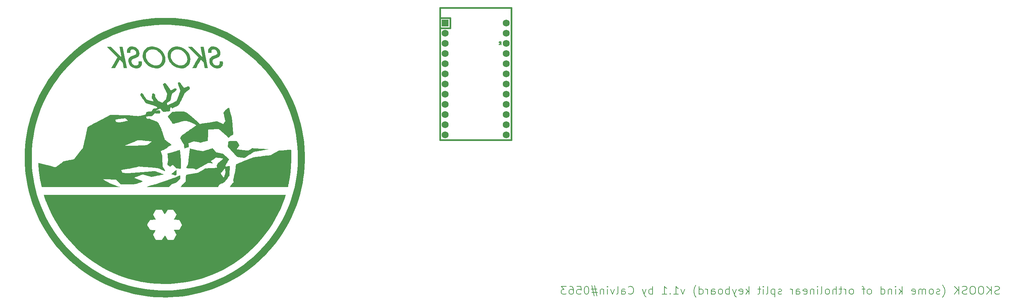
<source format=gbr>
%TF.GenerationSoftware,KiCad,Pcbnew,(6.0.7)*%
%TF.CreationDate,2023-01-10T09:53:11+01:00*%
%TF.ProjectId,skoosk pcb rgb,736b6f6f-736b-4207-9063-62207267622e,rev?*%
%TF.SameCoordinates,Original*%
%TF.FileFunction,Legend,Bot*%
%TF.FilePolarity,Positive*%
%FSLAX46Y46*%
G04 Gerber Fmt 4.6, Leading zero omitted, Abs format (unit mm)*
G04 Created by KiCad (PCBNEW (6.0.7)) date 2023-01-10 09:53:11*
%MOMM*%
%LPD*%
G01*
G04 APERTURE LIST*
%ADD10C,0.150000*%
%ADD11C,0.381000*%
%ADD12R,1.752600X1.752600*%
%ADD13C,1.752600*%
G04 APERTURE END LIST*
D10*
X269630047Y-82851523D02*
X269344333Y-82946761D01*
X268868142Y-82946761D01*
X268677666Y-82851523D01*
X268582428Y-82756285D01*
X268487190Y-82565809D01*
X268487190Y-82375333D01*
X268582428Y-82184857D01*
X268677666Y-82089619D01*
X268868142Y-81994380D01*
X269249095Y-81899142D01*
X269439571Y-81803904D01*
X269534809Y-81708666D01*
X269630047Y-81518190D01*
X269630047Y-81327714D01*
X269534809Y-81137238D01*
X269439571Y-81042000D01*
X269249095Y-80946761D01*
X268772904Y-80946761D01*
X268487190Y-81042000D01*
X267630047Y-82946761D02*
X267630047Y-80946761D01*
X266487190Y-82946761D02*
X267344333Y-81803904D01*
X266487190Y-80946761D02*
X267630047Y-82089619D01*
X265249095Y-80946761D02*
X264868142Y-80946761D01*
X264677666Y-81042000D01*
X264487190Y-81232476D01*
X264391952Y-81613428D01*
X264391952Y-82280095D01*
X264487190Y-82661047D01*
X264677666Y-82851523D01*
X264868142Y-82946761D01*
X265249095Y-82946761D01*
X265439571Y-82851523D01*
X265630047Y-82661047D01*
X265725285Y-82280095D01*
X265725285Y-81613428D01*
X265630047Y-81232476D01*
X265439571Y-81042000D01*
X265249095Y-80946761D01*
X263153857Y-80946761D02*
X262772904Y-80946761D01*
X262582428Y-81042000D01*
X262391952Y-81232476D01*
X262296714Y-81613428D01*
X262296714Y-82280095D01*
X262391952Y-82661047D01*
X262582428Y-82851523D01*
X262772904Y-82946761D01*
X263153857Y-82946761D01*
X263344333Y-82851523D01*
X263534809Y-82661047D01*
X263630047Y-82280095D01*
X263630047Y-81613428D01*
X263534809Y-81232476D01*
X263344333Y-81042000D01*
X263153857Y-80946761D01*
X261534809Y-82851523D02*
X261249095Y-82946761D01*
X260772904Y-82946761D01*
X260582428Y-82851523D01*
X260487190Y-82756285D01*
X260391952Y-82565809D01*
X260391952Y-82375333D01*
X260487190Y-82184857D01*
X260582428Y-82089619D01*
X260772904Y-81994380D01*
X261153857Y-81899142D01*
X261344333Y-81803904D01*
X261439571Y-81708666D01*
X261534809Y-81518190D01*
X261534809Y-81327714D01*
X261439571Y-81137238D01*
X261344333Y-81042000D01*
X261153857Y-80946761D01*
X260677666Y-80946761D01*
X260391952Y-81042000D01*
X259534809Y-82946761D02*
X259534809Y-80946761D01*
X258391952Y-82946761D02*
X259249095Y-81803904D01*
X258391952Y-80946761D02*
X259534809Y-82089619D01*
X255439571Y-83708666D02*
X255534809Y-83613428D01*
X255725285Y-83327714D01*
X255820523Y-83137238D01*
X255915761Y-82851523D01*
X256010999Y-82375333D01*
X256010999Y-81994380D01*
X255915761Y-81518190D01*
X255820523Y-81232476D01*
X255725285Y-81042000D01*
X255534809Y-80756285D01*
X255439571Y-80661047D01*
X254772904Y-82851523D02*
X254582428Y-82946761D01*
X254201476Y-82946761D01*
X254010999Y-82851523D01*
X253915761Y-82661047D01*
X253915761Y-82565809D01*
X254010999Y-82375333D01*
X254201476Y-82280095D01*
X254487190Y-82280095D01*
X254677666Y-82184857D01*
X254772904Y-81994380D01*
X254772904Y-81899142D01*
X254677666Y-81708666D01*
X254487190Y-81613428D01*
X254201476Y-81613428D01*
X254010999Y-81708666D01*
X252772904Y-82946761D02*
X252963380Y-82851523D01*
X253058619Y-82756285D01*
X253153857Y-82565809D01*
X253153857Y-81994380D01*
X253058619Y-81803904D01*
X252963380Y-81708666D01*
X252772904Y-81613428D01*
X252487190Y-81613428D01*
X252296714Y-81708666D01*
X252201476Y-81803904D01*
X252106238Y-81994380D01*
X252106238Y-82565809D01*
X252201476Y-82756285D01*
X252296714Y-82851523D01*
X252487190Y-82946761D01*
X252772904Y-82946761D01*
X251249095Y-82946761D02*
X251249095Y-81613428D01*
X251249095Y-81803904D02*
X251153857Y-81708666D01*
X250963380Y-81613428D01*
X250677666Y-81613428D01*
X250487190Y-81708666D01*
X250391952Y-81899142D01*
X250391952Y-82946761D01*
X250391952Y-81899142D02*
X250296714Y-81708666D01*
X250106238Y-81613428D01*
X249820523Y-81613428D01*
X249630047Y-81708666D01*
X249534809Y-81899142D01*
X249534809Y-82946761D01*
X247820523Y-82851523D02*
X248011000Y-82946761D01*
X248391952Y-82946761D01*
X248582428Y-82851523D01*
X248677666Y-82661047D01*
X248677666Y-81899142D01*
X248582428Y-81708666D01*
X248391952Y-81613428D01*
X248011000Y-81613428D01*
X247820523Y-81708666D01*
X247725285Y-81899142D01*
X247725285Y-82089619D01*
X248677666Y-82280095D01*
X245344333Y-82946761D02*
X245344333Y-80946761D01*
X245153857Y-82184857D02*
X244582428Y-82946761D01*
X244582428Y-81613428D02*
X245344333Y-82375333D01*
X243725285Y-82946761D02*
X243725285Y-81613428D01*
X243725285Y-80946761D02*
X243820523Y-81042000D01*
X243725285Y-81137238D01*
X243630047Y-81042000D01*
X243725285Y-80946761D01*
X243725285Y-81137238D01*
X242772904Y-81613428D02*
X242772904Y-82946761D01*
X242772904Y-81803904D02*
X242677666Y-81708666D01*
X242487190Y-81613428D01*
X242201476Y-81613428D01*
X242011000Y-81708666D01*
X241915761Y-81899142D01*
X241915761Y-82946761D01*
X240106238Y-82946761D02*
X240106238Y-80946761D01*
X240106238Y-82851523D02*
X240296714Y-82946761D01*
X240677666Y-82946761D01*
X240868142Y-82851523D01*
X240963380Y-82756285D01*
X241058619Y-82565809D01*
X241058619Y-81994380D01*
X240963380Y-81803904D01*
X240868142Y-81708666D01*
X240677666Y-81613428D01*
X240296714Y-81613428D01*
X240106238Y-81708666D01*
X237344333Y-82946761D02*
X237534809Y-82851523D01*
X237630047Y-82756285D01*
X237725285Y-82565809D01*
X237725285Y-81994380D01*
X237630047Y-81803904D01*
X237534809Y-81708666D01*
X237344333Y-81613428D01*
X237058619Y-81613428D01*
X236868142Y-81708666D01*
X236772904Y-81803904D01*
X236677666Y-81994380D01*
X236677666Y-82565809D01*
X236772904Y-82756285D01*
X236868142Y-82851523D01*
X237058619Y-82946761D01*
X237344333Y-82946761D01*
X236106238Y-81613428D02*
X235344333Y-81613428D01*
X235820523Y-82946761D02*
X235820523Y-81232476D01*
X235725285Y-81042000D01*
X235534809Y-80946761D01*
X235344333Y-80946761D01*
X232868142Y-82946761D02*
X233058619Y-82851523D01*
X233153857Y-82756285D01*
X233249095Y-82565809D01*
X233249095Y-81994380D01*
X233153857Y-81803904D01*
X233058619Y-81708666D01*
X232868142Y-81613428D01*
X232582428Y-81613428D01*
X232391952Y-81708666D01*
X232296714Y-81803904D01*
X232201476Y-81994380D01*
X232201476Y-82565809D01*
X232296714Y-82756285D01*
X232391952Y-82851523D01*
X232582428Y-82946761D01*
X232868142Y-82946761D01*
X231344333Y-82946761D02*
X231344333Y-81613428D01*
X231344333Y-81994380D02*
X231249095Y-81803904D01*
X231153857Y-81708666D01*
X230963380Y-81613428D01*
X230772904Y-81613428D01*
X230391952Y-81613428D02*
X229630047Y-81613428D01*
X230106238Y-80946761D02*
X230106238Y-82661047D01*
X230011000Y-82851523D01*
X229820523Y-82946761D01*
X229630047Y-82946761D01*
X228963380Y-82946761D02*
X228963380Y-80946761D01*
X228106238Y-82946761D02*
X228106238Y-81899142D01*
X228201476Y-81708666D01*
X228391952Y-81613428D01*
X228677666Y-81613428D01*
X228868142Y-81708666D01*
X228963380Y-81803904D01*
X226868142Y-82946761D02*
X227058619Y-82851523D01*
X227153857Y-82756285D01*
X227249095Y-82565809D01*
X227249095Y-81994380D01*
X227153857Y-81803904D01*
X227058619Y-81708666D01*
X226868142Y-81613428D01*
X226582428Y-81613428D01*
X226391952Y-81708666D01*
X226296714Y-81803904D01*
X226201476Y-81994380D01*
X226201476Y-82565809D01*
X226296714Y-82756285D01*
X226391952Y-82851523D01*
X226582428Y-82946761D01*
X226868142Y-82946761D01*
X225058619Y-82946761D02*
X225249095Y-82851523D01*
X225344333Y-82661047D01*
X225344333Y-80946761D01*
X224296714Y-82946761D02*
X224296714Y-81613428D01*
X224296714Y-80946761D02*
X224391952Y-81042000D01*
X224296714Y-81137238D01*
X224201476Y-81042000D01*
X224296714Y-80946761D01*
X224296714Y-81137238D01*
X223344333Y-81613428D02*
X223344333Y-82946761D01*
X223344333Y-81803904D02*
X223249095Y-81708666D01*
X223058619Y-81613428D01*
X222772904Y-81613428D01*
X222582428Y-81708666D01*
X222487190Y-81899142D01*
X222487190Y-82946761D01*
X220772904Y-82851523D02*
X220963380Y-82946761D01*
X221344333Y-82946761D01*
X221534809Y-82851523D01*
X221630047Y-82661047D01*
X221630047Y-81899142D01*
X221534809Y-81708666D01*
X221344333Y-81613428D01*
X220963380Y-81613428D01*
X220772904Y-81708666D01*
X220677666Y-81899142D01*
X220677666Y-82089619D01*
X221630047Y-82280095D01*
X218963380Y-82946761D02*
X218963380Y-81899142D01*
X219058619Y-81708666D01*
X219249095Y-81613428D01*
X219630047Y-81613428D01*
X219820523Y-81708666D01*
X218963380Y-82851523D02*
X219153857Y-82946761D01*
X219630047Y-82946761D01*
X219820523Y-82851523D01*
X219915761Y-82661047D01*
X219915761Y-82470571D01*
X219820523Y-82280095D01*
X219630047Y-82184857D01*
X219153857Y-82184857D01*
X218963380Y-82089619D01*
X218011000Y-82946761D02*
X218011000Y-81613428D01*
X218011000Y-81994380D02*
X217915761Y-81803904D01*
X217820523Y-81708666D01*
X217630047Y-81613428D01*
X217439571Y-81613428D01*
X215344333Y-82851523D02*
X215153857Y-82946761D01*
X214772904Y-82946761D01*
X214582428Y-82851523D01*
X214487190Y-82661047D01*
X214487190Y-82565809D01*
X214582428Y-82375333D01*
X214772904Y-82280095D01*
X215058619Y-82280095D01*
X215249095Y-82184857D01*
X215344333Y-81994380D01*
X215344333Y-81899142D01*
X215249095Y-81708666D01*
X215058619Y-81613428D01*
X214772904Y-81613428D01*
X214582428Y-81708666D01*
X213630047Y-81613428D02*
X213630047Y-83613428D01*
X213630047Y-81708666D02*
X213439571Y-81613428D01*
X213058619Y-81613428D01*
X212868142Y-81708666D01*
X212772904Y-81803904D01*
X212677666Y-81994380D01*
X212677666Y-82565809D01*
X212772904Y-82756285D01*
X212868142Y-82851523D01*
X213058619Y-82946761D01*
X213439571Y-82946761D01*
X213630047Y-82851523D01*
X211534809Y-82946761D02*
X211725285Y-82851523D01*
X211820523Y-82661047D01*
X211820523Y-80946761D01*
X210772904Y-82946761D02*
X210772904Y-81613428D01*
X210772904Y-80946761D02*
X210868142Y-81042000D01*
X210772904Y-81137238D01*
X210677666Y-81042000D01*
X210772904Y-80946761D01*
X210772904Y-81137238D01*
X210106238Y-81613428D02*
X209344333Y-81613428D01*
X209820523Y-80946761D02*
X209820523Y-82661047D01*
X209725285Y-82851523D01*
X209534809Y-82946761D01*
X209344333Y-82946761D01*
X207153857Y-82946761D02*
X207153857Y-80946761D01*
X206963380Y-82184857D02*
X206391952Y-82946761D01*
X206391952Y-81613428D02*
X207153857Y-82375333D01*
X204772904Y-82851523D02*
X204963380Y-82946761D01*
X205344333Y-82946761D01*
X205534809Y-82851523D01*
X205630047Y-82661047D01*
X205630047Y-81899142D01*
X205534809Y-81708666D01*
X205344333Y-81613428D01*
X204963380Y-81613428D01*
X204772904Y-81708666D01*
X204677666Y-81899142D01*
X204677666Y-82089619D01*
X205630047Y-82280095D01*
X204011000Y-81613428D02*
X203534809Y-82946761D01*
X203058619Y-81613428D02*
X203534809Y-82946761D01*
X203725285Y-83422952D01*
X203820523Y-83518190D01*
X204011000Y-83613428D01*
X202296714Y-82946761D02*
X202296714Y-80946761D01*
X202296714Y-81708666D02*
X202106238Y-81613428D01*
X201725285Y-81613428D01*
X201534809Y-81708666D01*
X201439571Y-81803904D01*
X201344333Y-81994380D01*
X201344333Y-82565809D01*
X201439571Y-82756285D01*
X201534809Y-82851523D01*
X201725285Y-82946761D01*
X202106238Y-82946761D01*
X202296714Y-82851523D01*
X200201476Y-82946761D02*
X200391952Y-82851523D01*
X200487190Y-82756285D01*
X200582428Y-82565809D01*
X200582428Y-81994380D01*
X200487190Y-81803904D01*
X200391952Y-81708666D01*
X200201476Y-81613428D01*
X199915761Y-81613428D01*
X199725285Y-81708666D01*
X199630047Y-81803904D01*
X199534809Y-81994380D01*
X199534809Y-82565809D01*
X199630047Y-82756285D01*
X199725285Y-82851523D01*
X199915761Y-82946761D01*
X200201476Y-82946761D01*
X197820523Y-82946761D02*
X197820523Y-81899142D01*
X197915761Y-81708666D01*
X198106238Y-81613428D01*
X198487190Y-81613428D01*
X198677666Y-81708666D01*
X197820523Y-82851523D02*
X198011000Y-82946761D01*
X198487190Y-82946761D01*
X198677666Y-82851523D01*
X198772904Y-82661047D01*
X198772904Y-82470571D01*
X198677666Y-82280095D01*
X198487190Y-82184857D01*
X198011000Y-82184857D01*
X197820523Y-82089619D01*
X196868142Y-82946761D02*
X196868142Y-81613428D01*
X196868142Y-81994380D02*
X196772904Y-81803904D01*
X196677666Y-81708666D01*
X196487190Y-81613428D01*
X196296714Y-81613428D01*
X194772904Y-82946761D02*
X194772904Y-80946761D01*
X194772904Y-82851523D02*
X194963380Y-82946761D01*
X195344333Y-82946761D01*
X195534809Y-82851523D01*
X195630047Y-82756285D01*
X195725285Y-82565809D01*
X195725285Y-81994380D01*
X195630047Y-81803904D01*
X195534809Y-81708666D01*
X195344333Y-81613428D01*
X194963380Y-81613428D01*
X194772904Y-81708666D01*
X194011000Y-83708666D02*
X193915761Y-83613428D01*
X193725285Y-83327714D01*
X193630047Y-83137238D01*
X193534809Y-82851523D01*
X193439571Y-82375333D01*
X193439571Y-81994380D01*
X193534809Y-81518190D01*
X193630047Y-81232476D01*
X193725285Y-81042000D01*
X193915761Y-80756285D01*
X194011000Y-80661047D01*
X191153857Y-81613428D02*
X190677666Y-82946761D01*
X190201476Y-81613428D01*
X188391952Y-82946761D02*
X189534809Y-82946761D01*
X188963380Y-82946761D02*
X188963380Y-80946761D01*
X189153857Y-81232476D01*
X189344333Y-81422952D01*
X189534809Y-81518190D01*
X187534809Y-82756285D02*
X187439571Y-82851523D01*
X187534809Y-82946761D01*
X187630047Y-82851523D01*
X187534809Y-82756285D01*
X187534809Y-82946761D01*
X185534809Y-82946761D02*
X186677666Y-82946761D01*
X186106238Y-82946761D02*
X186106238Y-80946761D01*
X186296714Y-81232476D01*
X186487190Y-81422952D01*
X186677666Y-81518190D01*
X183153857Y-82946761D02*
X183153857Y-80946761D01*
X183153857Y-81708666D02*
X182963380Y-81613428D01*
X182582428Y-81613428D01*
X182391952Y-81708666D01*
X182296714Y-81803904D01*
X182201476Y-81994380D01*
X182201476Y-82565809D01*
X182296714Y-82756285D01*
X182391952Y-82851523D01*
X182582428Y-82946761D01*
X182963380Y-82946761D01*
X183153857Y-82851523D01*
X181534809Y-81613428D02*
X181058619Y-82946761D01*
X180582428Y-81613428D02*
X181058619Y-82946761D01*
X181249095Y-83422952D01*
X181344333Y-83518190D01*
X181534809Y-83613428D01*
X177153857Y-82756285D02*
X177249095Y-82851523D01*
X177534809Y-82946761D01*
X177725285Y-82946761D01*
X178011000Y-82851523D01*
X178201476Y-82661047D01*
X178296714Y-82470571D01*
X178391952Y-82089619D01*
X178391952Y-81803904D01*
X178296714Y-81422952D01*
X178201476Y-81232476D01*
X178011000Y-81042000D01*
X177725285Y-80946761D01*
X177534809Y-80946761D01*
X177249095Y-81042000D01*
X177153857Y-81137238D01*
X175439571Y-82946761D02*
X175439571Y-81899142D01*
X175534809Y-81708666D01*
X175725285Y-81613428D01*
X176106238Y-81613428D01*
X176296714Y-81708666D01*
X175439571Y-82851523D02*
X175630047Y-82946761D01*
X176106238Y-82946761D01*
X176296714Y-82851523D01*
X176391952Y-82661047D01*
X176391952Y-82470571D01*
X176296714Y-82280095D01*
X176106238Y-82184857D01*
X175630047Y-82184857D01*
X175439571Y-82089619D01*
X174201476Y-82946761D02*
X174391952Y-82851523D01*
X174487190Y-82661047D01*
X174487190Y-80946761D01*
X173630047Y-81613428D02*
X173153857Y-82946761D01*
X172677666Y-81613428D01*
X171915761Y-82946761D02*
X171915761Y-81613428D01*
X171915761Y-80946761D02*
X172011000Y-81042000D01*
X171915761Y-81137238D01*
X171820523Y-81042000D01*
X171915761Y-80946761D01*
X171915761Y-81137238D01*
X170963380Y-81613428D02*
X170963380Y-82946761D01*
X170963380Y-81803904D02*
X170868142Y-81708666D01*
X170677666Y-81613428D01*
X170391952Y-81613428D01*
X170201476Y-81708666D01*
X170106238Y-81899142D01*
X170106238Y-82946761D01*
X169249095Y-81613428D02*
X167820523Y-81613428D01*
X168677666Y-80756285D02*
X169249095Y-83327714D01*
X168011000Y-82470571D02*
X169439571Y-82470571D01*
X168582428Y-83327714D02*
X168011000Y-80756285D01*
X166772904Y-80946761D02*
X166582428Y-80946761D01*
X166391952Y-81042000D01*
X166296714Y-81137238D01*
X166201476Y-81327714D01*
X166106238Y-81708666D01*
X166106238Y-82184857D01*
X166201476Y-82565809D01*
X166296714Y-82756285D01*
X166391952Y-82851523D01*
X166582428Y-82946761D01*
X166772904Y-82946761D01*
X166963380Y-82851523D01*
X167058619Y-82756285D01*
X167153857Y-82565809D01*
X167249095Y-82184857D01*
X167249095Y-81708666D01*
X167153857Y-81327714D01*
X167058619Y-81137238D01*
X166963380Y-81042000D01*
X166772904Y-80946761D01*
X164296714Y-80946761D02*
X165249095Y-80946761D01*
X165344333Y-81899142D01*
X165249095Y-81803904D01*
X165058619Y-81708666D01*
X164582428Y-81708666D01*
X164391952Y-81803904D01*
X164296714Y-81899142D01*
X164201476Y-82089619D01*
X164201476Y-82565809D01*
X164296714Y-82756285D01*
X164391952Y-82851523D01*
X164582428Y-82946761D01*
X165058619Y-82946761D01*
X165249095Y-82851523D01*
X165344333Y-82756285D01*
X162487190Y-80946761D02*
X162868142Y-80946761D01*
X163058619Y-81042000D01*
X163153857Y-81137238D01*
X163344333Y-81422952D01*
X163439571Y-81803904D01*
X163439571Y-82565809D01*
X163344333Y-82756285D01*
X163249095Y-82851523D01*
X163058619Y-82946761D01*
X162677666Y-82946761D01*
X162487190Y-82851523D01*
X162391952Y-82756285D01*
X162296714Y-82565809D01*
X162296714Y-82089619D01*
X162391952Y-81899142D01*
X162487190Y-81803904D01*
X162677666Y-81708666D01*
X163058619Y-81708666D01*
X163249095Y-81803904D01*
X163344333Y-81899142D01*
X163439571Y-82089619D01*
X161630047Y-80946761D02*
X160391952Y-80946761D01*
X161058619Y-81708666D01*
X160772904Y-81708666D01*
X160582428Y-81803904D01*
X160487190Y-81899142D01*
X160391952Y-82089619D01*
X160391952Y-82565809D01*
X160487190Y-82756285D01*
X160582428Y-82851523D01*
X160772904Y-82946761D01*
X161344333Y-82946761D01*
X161534809Y-82851523D01*
X161630047Y-82756285D01*
D11*
%TO.C,U1*%
X130175000Y-11384700D02*
X130175000Y-44404700D01*
X147955000Y-11384700D02*
X130175000Y-11384700D01*
X130175000Y-44404700D02*
X147955000Y-44404700D01*
X132715000Y-13924700D02*
X130175000Y-13924700D01*
X132715000Y-13924700D02*
X132715000Y-16464700D01*
X147955000Y-44404700D02*
X147955000Y-11384700D01*
X132715000Y-16464700D02*
X130175000Y-16464700D01*
G36*
X145009635Y-20613730D02*
G01*
X144909635Y-20613730D01*
X144909635Y-20413730D01*
X145009635Y-20413730D01*
X145009635Y-20613730D01*
G37*
D10*
X145009635Y-20613730D02*
X144909635Y-20613730D01*
X144909635Y-20413730D01*
X145009635Y-20413730D01*
X145009635Y-20613730D01*
G36*
X145409635Y-20613730D02*
G01*
X145309635Y-20613730D01*
X145309635Y-19813730D01*
X145409635Y-19813730D01*
X145409635Y-20613730D01*
G37*
X145409635Y-20613730D02*
X145309635Y-20613730D01*
X145309635Y-19813730D01*
X145409635Y-19813730D01*
X145409635Y-20613730D01*
G36*
X145009635Y-20113730D02*
G01*
X144909635Y-20113730D01*
X144909635Y-19813730D01*
X145009635Y-19813730D01*
X145009635Y-20113730D01*
G37*
X145009635Y-20113730D02*
X144909635Y-20113730D01*
X144909635Y-19813730D01*
X145009635Y-19813730D01*
X145009635Y-20113730D01*
G36*
X145409635Y-19913730D02*
G01*
X144909635Y-19913730D01*
X144909635Y-19813730D01*
X145409635Y-19813730D01*
X145409635Y-19913730D01*
G37*
X145409635Y-19913730D02*
X144909635Y-19913730D01*
X144909635Y-19813730D01*
X145409635Y-19813730D01*
X145409635Y-19913730D01*
G36*
X145209635Y-20313730D02*
G01*
X145109635Y-20313730D01*
X145109635Y-20213730D01*
X145209635Y-20213730D01*
X145209635Y-20313730D01*
G37*
X145209635Y-20313730D02*
X145109635Y-20313730D01*
X145109635Y-20213730D01*
X145209635Y-20213730D01*
X145209635Y-20313730D01*
%TO.C,Gback*%
G36*
X78383914Y-40521056D02*
G01*
X78387345Y-40560940D01*
X78389795Y-40589428D01*
X78392736Y-40623613D01*
X78395677Y-40657799D01*
X78399108Y-40697682D01*
X78412340Y-40851518D01*
X78433500Y-41098460D01*
X78463199Y-41448421D01*
X78490734Y-41776799D01*
X78515564Y-42076946D01*
X78537150Y-42342216D01*
X78554954Y-42565961D01*
X78568437Y-42741534D01*
X78577057Y-42862288D01*
X78580278Y-42921577D01*
X78582069Y-43060141D01*
X78300036Y-43174293D01*
X78096422Y-43270818D01*
X77874714Y-43414808D01*
X77698078Y-43576996D01*
X77578163Y-43748123D01*
X77499704Y-43902503D01*
X77263161Y-43698580D01*
X77244710Y-43682588D01*
X77146556Y-43596217D01*
X77008912Y-43473767D01*
X76840518Y-43323073D01*
X76650117Y-43151971D01*
X76446450Y-42968296D01*
X76238258Y-42779885D01*
X76179752Y-42726862D01*
X75973254Y-42540059D01*
X75774634Y-42360877D01*
X75592434Y-42196991D01*
X75435197Y-42056075D01*
X75311465Y-41945803D01*
X75229779Y-41873851D01*
X75009659Y-41682590D01*
X73796066Y-41728529D01*
X73551971Y-41738194D01*
X73279517Y-41750017D01*
X73031813Y-41761865D01*
X72817574Y-41773269D01*
X72645519Y-41783762D01*
X72524363Y-41792875D01*
X72462822Y-41800140D01*
X72431378Y-41807402D01*
X72370655Y-41833082D01*
X72339345Y-41883212D01*
X72320067Y-41979647D01*
X72313394Y-42048377D01*
X72306125Y-42179714D01*
X72299860Y-42352670D01*
X72295107Y-42552865D01*
X72292371Y-42765919D01*
X72291237Y-42883302D01*
X72287151Y-43135980D01*
X72281043Y-43394864D01*
X72273308Y-43650634D01*
X72264339Y-43893968D01*
X72254533Y-44115545D01*
X72244283Y-44306044D01*
X72233983Y-44456145D01*
X72224030Y-44556525D01*
X72214816Y-44597865D01*
X72203542Y-44603595D01*
X72137866Y-44623954D01*
X72028994Y-44651745D01*
X71893174Y-44682683D01*
X71822510Y-44698336D01*
X71654803Y-44737029D01*
X71451208Y-44785367D01*
X71231226Y-44838699D01*
X71014356Y-44892371D01*
X70437626Y-45036797D01*
X69988784Y-44958152D01*
X69819521Y-44928493D01*
X69577591Y-44886099D01*
X69336551Y-44843858D01*
X69129630Y-44807594D01*
X68719318Y-44735680D01*
X68206615Y-44935633D01*
X68109568Y-44973564D01*
X67927282Y-45045242D01*
X67764236Y-45109887D01*
X67635266Y-45161603D01*
X67555206Y-45194495D01*
X67416500Y-45253405D01*
X67465681Y-45703068D01*
X67469691Y-45740243D01*
X67485871Y-45903273D01*
X67496959Y-46037539D01*
X67501990Y-46129994D01*
X67500002Y-46167592D01*
X67480393Y-46175599D01*
X67404121Y-46199938D01*
X67281123Y-46236538D01*
X67122662Y-46282068D01*
X66939998Y-46333198D01*
X66394855Y-46483944D01*
X66371314Y-46353164D01*
X66367262Y-46329256D01*
X66350995Y-46218082D01*
X66331997Y-46072019D01*
X66313591Y-45916211D01*
X66279407Y-45610037D01*
X65818991Y-44857401D01*
X65711402Y-44680614D01*
X65594927Y-44487004D01*
X65494154Y-44317082D01*
X65414142Y-44179468D01*
X65359949Y-44082779D01*
X65336635Y-44035636D01*
X65335364Y-44030706D01*
X65341633Y-43976513D01*
X65378922Y-43889020D01*
X65450725Y-43761216D01*
X65560533Y-43586088D01*
X65806372Y-43205669D01*
X66443773Y-42751395D01*
X66540485Y-42682765D01*
X66753071Y-42533210D01*
X67002812Y-42358799D01*
X67277169Y-42168235D01*
X67563601Y-41970216D01*
X67849570Y-41773444D01*
X68122537Y-41586617D01*
X68250381Y-41499339D01*
X68524985Y-41311338D01*
X68749520Y-41156580D01*
X68928729Y-41031599D01*
X69067354Y-40932926D01*
X69170139Y-40857095D01*
X69241827Y-40800637D01*
X69287160Y-40760086D01*
X69310882Y-40731973D01*
X69317735Y-40712832D01*
X69313335Y-40703268D01*
X69307156Y-40697682D01*
X69351921Y-40697682D01*
X69369013Y-40714775D01*
X69386106Y-40697682D01*
X69369013Y-40680590D01*
X69351921Y-40697682D01*
X69307156Y-40697682D01*
X69274417Y-40668082D01*
X69426339Y-40668082D01*
X69454478Y-40680590D01*
X69472576Y-40678122D01*
X69477268Y-40657799D01*
X69472258Y-40653708D01*
X69431687Y-40657799D01*
X69426339Y-40668082D01*
X69274417Y-40668082D01*
X69265482Y-40660004D01*
X69228496Y-40633896D01*
X69528896Y-40633896D01*
X69557035Y-40646404D01*
X69575133Y-40643937D01*
X69579825Y-40623613D01*
X69574815Y-40619522D01*
X69534244Y-40623613D01*
X69528896Y-40633896D01*
X69228496Y-40633896D01*
X69180066Y-40599710D01*
X69631453Y-40599710D01*
X69659592Y-40612218D01*
X69677690Y-40609751D01*
X69682383Y-40589428D01*
X69677372Y-40585336D01*
X69636802Y-40589428D01*
X69631453Y-40599710D01*
X69180066Y-40599710D01*
X69175759Y-40596670D01*
X69119524Y-40560940D01*
X69727964Y-40560940D01*
X69745056Y-40578032D01*
X69762149Y-40560940D01*
X69745056Y-40543847D01*
X69727964Y-40560940D01*
X69119524Y-40560940D01*
X69072936Y-40531339D01*
X69802382Y-40531339D01*
X69830521Y-40543847D01*
X69848619Y-40541380D01*
X69853311Y-40521056D01*
X69848301Y-40516965D01*
X69807730Y-40521056D01*
X69802382Y-40531339D01*
X69072936Y-40531339D01*
X69057669Y-40521639D01*
X69016121Y-40497153D01*
X69904939Y-40497153D01*
X69933078Y-40509661D01*
X69951176Y-40507194D01*
X69955869Y-40486870D01*
X69950858Y-40482779D01*
X69910288Y-40486870D01*
X69904939Y-40497153D01*
X69016121Y-40497153D01*
X68958113Y-40462967D01*
X70007496Y-40462967D01*
X70035635Y-40475475D01*
X70053733Y-40473008D01*
X70058426Y-40452685D01*
X70053415Y-40448593D01*
X70012845Y-40452685D01*
X70007496Y-40462967D01*
X68958113Y-40462967D01*
X68924713Y-40443283D01*
X68889743Y-40424197D01*
X70104007Y-40424197D01*
X70121100Y-40441289D01*
X70138192Y-40424197D01*
X70121100Y-40407104D01*
X70104007Y-40424197D01*
X68889743Y-40424197D01*
X68790391Y-40369972D01*
X68668206Y-40310079D01*
X68645011Y-40299777D01*
X68516851Y-40245817D01*
X68348384Y-40178036D01*
X68158827Y-40104071D01*
X67967398Y-40031561D01*
X67920809Y-40014153D01*
X67728117Y-39941013D01*
X67542052Y-39868778D01*
X67381810Y-39804967D01*
X67266591Y-39757097D01*
X67145045Y-39710564D01*
X66959099Y-39664183D01*
X66736712Y-39637675D01*
X66678523Y-39633532D01*
X66569196Y-39628583D01*
X66470586Y-39630883D01*
X66367336Y-39642510D01*
X66244093Y-39665541D01*
X66085503Y-39702056D01*
X65876209Y-39754131D01*
X65792456Y-39775519D01*
X65571361Y-39833381D01*
X65310958Y-39902976D01*
X65029316Y-39979415D01*
X64744505Y-40057811D01*
X64474594Y-40133275D01*
X64275645Y-40188853D01*
X64057633Y-40248378D01*
X63866596Y-40299057D01*
X63712215Y-40338374D01*
X63604174Y-40363815D01*
X63552156Y-40372864D01*
X63501232Y-40355975D01*
X63441284Y-40293674D01*
X63367635Y-40176350D01*
X63285221Y-40037091D01*
X63159072Y-39837238D01*
X63012599Y-39615183D01*
X62857428Y-39388185D01*
X62705183Y-39173502D01*
X62567491Y-38988396D01*
X62515463Y-38920429D01*
X62417431Y-38790844D01*
X62333424Y-38677948D01*
X62277394Y-38600398D01*
X62197593Y-38485887D01*
X63317361Y-37364573D01*
X63505772Y-37364567D01*
X63596964Y-37361905D01*
X63743512Y-37354261D01*
X63929382Y-37342554D01*
X64140003Y-37327702D01*
X64360803Y-37310624D01*
X64507154Y-37299732D01*
X64797298Y-37282087D01*
X65105193Y-37267435D01*
X65402245Y-37257060D01*
X65659861Y-37252247D01*
X66292297Y-37247804D01*
X66852127Y-37571128D01*
X67103412Y-37722458D01*
X67362537Y-37889932D01*
X67603194Y-38056396D01*
X67803852Y-38207453D01*
X67818141Y-38218893D01*
X67983693Y-38354416D01*
X68172940Y-38513931D01*
X68380083Y-38692152D01*
X68599322Y-38883790D01*
X68824859Y-39083558D01*
X69050893Y-39286169D01*
X69271625Y-39486336D01*
X69481257Y-39678770D01*
X69673987Y-39858184D01*
X69844018Y-40019291D01*
X69985549Y-40156804D01*
X70092782Y-40265434D01*
X70159916Y-40339895D01*
X70181153Y-40374899D01*
X70187989Y-40384305D01*
X70242451Y-40392158D01*
X70334989Y-40387001D01*
X70533200Y-40363176D01*
X71072304Y-40290538D01*
X71675146Y-40199094D01*
X72340364Y-40089057D01*
X73066595Y-39960639D01*
X73119855Y-39950968D01*
X73410715Y-39898685D01*
X73682093Y-39850768D01*
X73926030Y-39808563D01*
X74134568Y-39773414D01*
X74299749Y-39746666D01*
X74413616Y-39729665D01*
X74468210Y-39723755D01*
X74500027Y-39730205D01*
X74592793Y-39762135D01*
X74730721Y-39817117D01*
X74903998Y-39891041D01*
X75102806Y-39979797D01*
X75317331Y-40079276D01*
X76047745Y-40424197D01*
X76069417Y-40434431D01*
X76146685Y-40343849D01*
X76169151Y-40316008D01*
X76236232Y-40226245D01*
X76321577Y-40106602D01*
X76412138Y-39975200D01*
X76600325Y-39697132D01*
X76498052Y-39206021D01*
X76492851Y-39181097D01*
X76443988Y-38950231D01*
X76387326Y-38687047D01*
X76329480Y-38422081D01*
X76277065Y-38185872D01*
X76158350Y-37656834D01*
X76318939Y-37352261D01*
X76414645Y-37184246D01*
X76528638Y-37025210D01*
X76650515Y-36902260D01*
X76654127Y-36899200D01*
X76744039Y-36827577D01*
X76863085Y-36738613D01*
X76999254Y-36640597D01*
X77140532Y-36541817D01*
X77274906Y-36450561D01*
X77390364Y-36375117D01*
X77474892Y-36323772D01*
X77516477Y-36304816D01*
X77516837Y-36304868D01*
X77533953Y-36338747D01*
X77564462Y-36428305D01*
X77605265Y-36563308D01*
X77653264Y-36733520D01*
X77705360Y-36928705D01*
X77751066Y-37103117D01*
X77824848Y-37381000D01*
X77905068Y-37679807D01*
X77984742Y-37973567D01*
X78056889Y-38236310D01*
X78246193Y-38920024D01*
X78378032Y-40452685D01*
X78380973Y-40486870D01*
X78383914Y-40521056D01*
G37*
G36*
X65373663Y-53263672D02*
G01*
X65380112Y-53352004D01*
X65385838Y-53481463D01*
X65390064Y-53637855D01*
X65397705Y-54030119D01*
X65058729Y-54385157D01*
X64997788Y-54447878D01*
X64849454Y-54593289D01*
X64693320Y-54738091D01*
X64538769Y-54874350D01*
X64395181Y-54994136D01*
X64271940Y-55089518D01*
X64178427Y-55152563D01*
X64124024Y-55175341D01*
X64120670Y-55175550D01*
X64064876Y-55185478D01*
X63958689Y-55208084D01*
X63815909Y-55240343D01*
X63650337Y-55279227D01*
X63215581Y-55383113D01*
X62890817Y-55773129D01*
X62566052Y-56163144D01*
X59788462Y-56164935D01*
X59391630Y-56164950D01*
X58926047Y-56164274D01*
X58503272Y-56162856D01*
X58126500Y-56160730D01*
X57798927Y-56157929D01*
X57523747Y-56154490D01*
X57304157Y-56150445D01*
X57143350Y-56145830D01*
X57044523Y-56140679D01*
X57010871Y-56135026D01*
X57042664Y-56102872D01*
X57135832Y-56057018D01*
X57285047Y-55999514D01*
X57484977Y-55932154D01*
X57730292Y-55856734D01*
X58015659Y-55775050D01*
X58335748Y-55688896D01*
X58401901Y-55671315D01*
X58683959Y-55591775D01*
X59021866Y-55490439D01*
X59409296Y-55369309D01*
X59839926Y-55230385D01*
X60307432Y-55075671D01*
X60805487Y-54907168D01*
X61299380Y-54738105D01*
X61832830Y-54554745D01*
X62309726Y-54389825D01*
X62734612Y-54241690D01*
X63112033Y-54108684D01*
X63446534Y-53989151D01*
X63742660Y-53881435D01*
X64004956Y-53783881D01*
X64237967Y-53694832D01*
X64446237Y-53612632D01*
X64634312Y-53535626D01*
X64806737Y-53462158D01*
X64968056Y-53390571D01*
X64980126Y-53385118D01*
X65126698Y-53320629D01*
X65248414Y-53270138D01*
X65332896Y-53238591D01*
X65367763Y-53230931D01*
X65373663Y-53263672D01*
G37*
G36*
X79659732Y-44970803D02*
G01*
X79729688Y-45073540D01*
X79836722Y-45238598D01*
X79932798Y-45395318D01*
X80003252Y-45520245D01*
X80120412Y-45745019D01*
X79911368Y-46041674D01*
X79757218Y-46262786D01*
X79627371Y-46455138D01*
X79538623Y-46594998D01*
X79490493Y-46683125D01*
X79482502Y-46720278D01*
X79485497Y-46721883D01*
X79538023Y-46733602D01*
X79647325Y-46751512D01*
X79804213Y-46774468D01*
X79999495Y-46801326D01*
X80223980Y-46830941D01*
X80468478Y-46862169D01*
X80723797Y-46893866D01*
X80980746Y-46924887D01*
X81230135Y-46954087D01*
X81462771Y-46980322D01*
X81669464Y-47002449D01*
X81841023Y-47019321D01*
X81968257Y-47029796D01*
X82390941Y-47058362D01*
X82648752Y-46867741D01*
X82688397Y-46838527D01*
X82830200Y-46735294D01*
X82967017Y-46637315D01*
X83073972Y-46562449D01*
X83241380Y-46447778D01*
X83996987Y-46506774D01*
X84113660Y-46515520D01*
X84367082Y-46532963D01*
X84665462Y-46551982D01*
X84993829Y-46571690D01*
X85337216Y-46591200D01*
X85680651Y-46609624D01*
X86009166Y-46626074D01*
X86019086Y-46626551D01*
X86304963Y-46640872D01*
X86568851Y-46655174D01*
X86803031Y-46668959D01*
X86999783Y-46681726D01*
X87151389Y-46692976D01*
X87250129Y-46702207D01*
X87288283Y-46708921D01*
X87293287Y-46715153D01*
X87279489Y-46731553D01*
X87277400Y-46731696D01*
X87227064Y-46740195D01*
X87122040Y-46760292D01*
X86973045Y-46789865D01*
X86790792Y-46826790D01*
X86585996Y-46868946D01*
X86554593Y-46875419D01*
X86336474Y-46918952D01*
X86069356Y-46970381D01*
X85768967Y-47026780D01*
X85451032Y-47085223D01*
X85131278Y-47142782D01*
X84825430Y-47196533D01*
X83727021Y-47386816D01*
X83333886Y-47619621D01*
X83240381Y-47676181D01*
X83068612Y-47783330D01*
X82862704Y-47914483D01*
X82635800Y-48061185D01*
X82401041Y-48214980D01*
X82171571Y-48367413D01*
X82062219Y-48440563D01*
X81854637Y-48578626D01*
X81692838Y-48684252D01*
X81569361Y-48761556D01*
X81476744Y-48814659D01*
X81407526Y-48847677D01*
X81354245Y-48864728D01*
X81309439Y-48869932D01*
X81265649Y-48867405D01*
X81076946Y-48846545D01*
X80820789Y-48817368D01*
X80604265Y-48791267D01*
X80409910Y-48766029D01*
X80220266Y-48739441D01*
X80017869Y-48709290D01*
X79972977Y-48702378D01*
X79805703Y-48675196D01*
X79665266Y-48650190D01*
X79565276Y-48629886D01*
X79519347Y-48616809D01*
X79517824Y-48615720D01*
X79481318Y-48579443D01*
X79406601Y-48499368D01*
X79299820Y-48382275D01*
X79167118Y-48234943D01*
X79014643Y-48064154D01*
X78848537Y-47876686D01*
X78728488Y-47741377D01*
X78517439Y-47506044D01*
X78297775Y-47263772D01*
X78082862Y-47029197D01*
X77886064Y-46816955D01*
X77720750Y-46641684D01*
X77226757Y-46124582D01*
X77239437Y-45906691D01*
X77243644Y-45842507D01*
X77255909Y-45690633D01*
X77272228Y-45515907D01*
X77291139Y-45331321D01*
X77311181Y-45149865D01*
X77330892Y-44984534D01*
X77348813Y-44848318D01*
X77363481Y-44754210D01*
X77373436Y-44715202D01*
X77389009Y-44711376D01*
X77463596Y-44704076D01*
X77590103Y-44695947D01*
X77758271Y-44687388D01*
X77957837Y-44678796D01*
X78178542Y-44670572D01*
X78410126Y-44663113D01*
X78642328Y-44656820D01*
X78864888Y-44652092D01*
X79067545Y-44649326D01*
X79433370Y-44646135D01*
X79659732Y-44970803D01*
G37*
G36*
X92908508Y-46840893D02*
G01*
X92961230Y-46850089D01*
X92992059Y-46866576D01*
X93007786Y-46890598D01*
X93015200Y-46922398D01*
X93021093Y-46962218D01*
X93024175Y-46989325D01*
X93030540Y-47087276D01*
X93037470Y-47239267D01*
X93044639Y-47435988D01*
X93051724Y-47668132D01*
X93058399Y-47926389D01*
X93064339Y-48201451D01*
X93064599Y-48214943D01*
X93062525Y-49603772D01*
X93001926Y-50967272D01*
X92881774Y-52317014D01*
X92701041Y-53664568D01*
X92458701Y-55021505D01*
X92421402Y-55206777D01*
X92374741Y-55435863D01*
X92332377Y-55640924D01*
X92296558Y-55811198D01*
X92269528Y-55935926D01*
X92253535Y-56004345D01*
X92219541Y-56132541D01*
X77761611Y-56132541D01*
X77761611Y-56052221D01*
X77762132Y-56043253D01*
X77791612Y-55957726D01*
X77859348Y-55838814D01*
X77955615Y-55698625D01*
X78070686Y-55549271D01*
X78194833Y-55402861D01*
X78318332Y-55271505D01*
X78431454Y-55167314D01*
X78524474Y-55102399D01*
X78597810Y-55061807D01*
X78635837Y-55022132D01*
X78645151Y-54961862D01*
X78636599Y-54857290D01*
X78628846Y-54782712D01*
X78612954Y-54628168D01*
X78601905Y-54500031D01*
X78596925Y-54387976D01*
X78599242Y-54281682D01*
X78610079Y-54170824D01*
X78630665Y-54045079D01*
X78662225Y-53894126D01*
X78705985Y-53707639D01*
X78763171Y-53475297D01*
X78835009Y-53186775D01*
X78862093Y-53077758D01*
X78929503Y-52804386D01*
X78983197Y-52580344D01*
X79025395Y-52393041D01*
X79058317Y-52229891D01*
X79084184Y-52078304D01*
X79105218Y-51925693D01*
X79123638Y-51759469D01*
X79141665Y-51567043D01*
X79161520Y-51335827D01*
X79174677Y-51183273D01*
X79194314Y-50967473D01*
X79212541Y-50780646D01*
X79228347Y-50632588D01*
X79240721Y-50533093D01*
X79248652Y-50491957D01*
X79263011Y-50482792D01*
X79335655Y-50448869D01*
X79465751Y-50392995D01*
X79649314Y-50316764D01*
X79882363Y-50221769D01*
X80160914Y-50109604D01*
X80480984Y-49981863D01*
X80838590Y-49840138D01*
X81229748Y-49686024D01*
X81650476Y-49521114D01*
X82096790Y-49347002D01*
X82564707Y-49165280D01*
X83624464Y-48754612D01*
X84991894Y-48560773D01*
X85300833Y-48517231D01*
X85648662Y-48468727D01*
X85995974Y-48420780D01*
X86329336Y-48375224D01*
X86635317Y-48333895D01*
X86900485Y-48298626D01*
X87111409Y-48271253D01*
X87863495Y-48175573D01*
X88940346Y-47618790D01*
X90017196Y-47062006D01*
X90444518Y-47033205D01*
X90564515Y-47024572D01*
X90761963Y-47009231D01*
X91000846Y-46989806D01*
X91266476Y-46967516D01*
X91544166Y-46943579D01*
X91819228Y-46919212D01*
X92078837Y-46895783D01*
X92342881Y-46872165D01*
X92551080Y-46854625D01*
X92710223Y-46843404D01*
X92827103Y-46838745D01*
X92908508Y-46840893D01*
G37*
G36*
X69574128Y-22391222D02*
G01*
X69701021Y-22518049D01*
X69940290Y-22756633D01*
X70162787Y-22977771D01*
X70364015Y-23177035D01*
X70539477Y-23349997D01*
X70684674Y-23492230D01*
X70795111Y-23599306D01*
X70866289Y-23666799D01*
X70893712Y-23690280D01*
X70894171Y-23689857D01*
X70890946Y-23650498D01*
X70875552Y-23552298D01*
X70849333Y-23402582D01*
X70813635Y-23208677D01*
X70769805Y-22977908D01*
X70719187Y-22717601D01*
X70663127Y-22435081D01*
X70658249Y-22410722D01*
X70601746Y-22127347D01*
X70549860Y-21864937D01*
X70504077Y-21631169D01*
X70465881Y-21433718D01*
X70436759Y-21280260D01*
X70418196Y-21178470D01*
X70411678Y-21136023D01*
X70412048Y-21132547D01*
X70435564Y-21113424D01*
X70501798Y-21100966D01*
X70619268Y-21094203D01*
X70796489Y-21092164D01*
X71181300Y-21092164D01*
X72247720Y-26427222D01*
X71852555Y-26417634D01*
X71457391Y-26408046D01*
X71314927Y-25695155D01*
X71172463Y-24982265D01*
X70852571Y-24661037D01*
X70825890Y-24634323D01*
X70708754Y-24518990D01*
X70610639Y-24425453D01*
X70541156Y-24362722D01*
X70509919Y-24339809D01*
X70492804Y-24361787D01*
X70445214Y-24436985D01*
X70371545Y-24559140D01*
X70275771Y-24721510D01*
X70161863Y-24917351D01*
X70033796Y-25139920D01*
X69895543Y-25382474D01*
X69303927Y-26425139D01*
X68354958Y-26425139D01*
X68422177Y-26314035D01*
X68432312Y-26296913D01*
X68477405Y-26219087D01*
X68550532Y-26091820D01*
X68647755Y-25922006D01*
X68765134Y-25716538D01*
X68898728Y-25482311D01*
X69044598Y-25226217D01*
X69198804Y-24955152D01*
X69908212Y-23707373D01*
X68582316Y-22399769D01*
X67256421Y-21092164D01*
X68275407Y-21092164D01*
X69574128Y-22391222D01*
G37*
G36*
X96410954Y-50106697D02*
G01*
X96393936Y-50618140D01*
X96368393Y-51113627D01*
X96333673Y-51605984D01*
X96289122Y-52108041D01*
X96234087Y-52632627D01*
X96167914Y-53192568D01*
X96125320Y-53523630D01*
X95890162Y-55026463D01*
X95588663Y-56515939D01*
X95221804Y-57989824D01*
X94790567Y-59445881D01*
X94295935Y-60881875D01*
X93738891Y-62295573D01*
X93120417Y-63684738D01*
X92441495Y-65047135D01*
X91703107Y-66380529D01*
X90906236Y-67682686D01*
X90051865Y-68951370D01*
X89140975Y-70184346D01*
X88174549Y-71379378D01*
X87676086Y-71953451D01*
X86971320Y-72720759D01*
X86226881Y-73485352D01*
X85457011Y-74233103D01*
X84675953Y-74949884D01*
X83897950Y-75621567D01*
X83812472Y-75692716D01*
X82605190Y-76650556D01*
X81361711Y-77551355D01*
X80084054Y-78394339D01*
X78774243Y-79178728D01*
X77434300Y-79903748D01*
X76066246Y-80568621D01*
X74672104Y-81172570D01*
X73253896Y-81714819D01*
X71813644Y-82194590D01*
X70353370Y-82611108D01*
X68875096Y-82963594D01*
X67380845Y-83251273D01*
X65872638Y-83473368D01*
X64352497Y-83629101D01*
X62822445Y-83717697D01*
X61770570Y-83740723D01*
X60339438Y-83723390D01*
X58923370Y-83648513D01*
X57508899Y-83515581D01*
X56895665Y-83439991D01*
X55374804Y-83204773D01*
X53870258Y-82903864D01*
X52383999Y-82538115D01*
X50917997Y-82108377D01*
X49474224Y-81615503D01*
X48054650Y-81060343D01*
X46661247Y-80443750D01*
X45295987Y-79766575D01*
X43960839Y-79029670D01*
X42657776Y-78233886D01*
X41388768Y-77380075D01*
X40155787Y-76469089D01*
X38960803Y-75501779D01*
X38734719Y-75308243D01*
X38057757Y-74705328D01*
X37370345Y-74060175D01*
X36686885Y-73387185D01*
X36021777Y-72700757D01*
X35389421Y-72015293D01*
X34804217Y-71345193D01*
X34406677Y-70867076D01*
X33462749Y-69657297D01*
X32575292Y-68410076D01*
X31745180Y-67127437D01*
X30973289Y-65811406D01*
X30260494Y-64464009D01*
X29607669Y-63087271D01*
X29015691Y-61683218D01*
X28485433Y-60253875D01*
X28017773Y-58801268D01*
X27613584Y-57327423D01*
X27273742Y-55834364D01*
X26999122Y-54324117D01*
X26790600Y-52798708D01*
X26698217Y-51882881D01*
X26598173Y-50354208D01*
X26564769Y-48821304D01*
X26565233Y-48799701D01*
X28327426Y-48799701D01*
X28327836Y-48989048D01*
X28347971Y-50097384D01*
X28399474Y-51162151D01*
X28483828Y-52198822D01*
X28602512Y-53222871D01*
X28757005Y-54249769D01*
X28948789Y-55294991D01*
X28955971Y-55330964D01*
X29281931Y-56787150D01*
X29671261Y-58219921D01*
X30122531Y-59627599D01*
X30634307Y-61008504D01*
X31205157Y-62360954D01*
X31833648Y-63683270D01*
X32518349Y-64973773D01*
X33257825Y-66230781D01*
X34050645Y-67452615D01*
X34895377Y-68637595D01*
X35790587Y-69784041D01*
X36734844Y-70890273D01*
X37726714Y-71954611D01*
X38764766Y-72975374D01*
X39847566Y-73950883D01*
X40973683Y-74879457D01*
X42141683Y-75759417D01*
X43350135Y-76589082D01*
X44597606Y-77366772D01*
X45882662Y-78090808D01*
X47203873Y-78759510D01*
X48559804Y-79371196D01*
X49949025Y-79924188D01*
X51194937Y-80360246D01*
X52549960Y-80771967D01*
X53919258Y-81123021D01*
X55308031Y-81414491D01*
X56721475Y-81647458D01*
X58164789Y-81823005D01*
X59643172Y-81942214D01*
X59673141Y-81943894D01*
X59834178Y-81950224D01*
X60050838Y-81955747D01*
X60312900Y-81960428D01*
X60610139Y-81964234D01*
X60932331Y-81967134D01*
X61269254Y-81969092D01*
X61610684Y-81970077D01*
X61946397Y-81970055D01*
X62266170Y-81968994D01*
X62559780Y-81966858D01*
X62817003Y-81963617D01*
X63027616Y-81959236D01*
X63181396Y-81953683D01*
X63238454Y-81950756D01*
X64734725Y-81838706D01*
X66221778Y-81659467D01*
X67697218Y-81413663D01*
X69158653Y-81101915D01*
X70603689Y-80724846D01*
X72029933Y-80283078D01*
X73434991Y-79777233D01*
X74816469Y-79207935D01*
X76171974Y-78575804D01*
X77339777Y-77970738D01*
X78627506Y-77234717D01*
X79872773Y-76446917D01*
X81077954Y-75605587D01*
X82245425Y-74708976D01*
X83377563Y-73755335D01*
X84476744Y-72742912D01*
X85545342Y-71669957D01*
X85559698Y-71654915D01*
X86567024Y-70549667D01*
X87520347Y-69403601D01*
X88418705Y-68218841D01*
X89261136Y-66997512D01*
X90046678Y-65741737D01*
X90774370Y-64453640D01*
X91443251Y-63135346D01*
X92052357Y-61788979D01*
X92600728Y-60416662D01*
X93087402Y-59020519D01*
X93511417Y-57602676D01*
X93871811Y-56165254D01*
X94167623Y-54710380D01*
X94397891Y-53240176D01*
X94561653Y-51756767D01*
X94640910Y-50632869D01*
X94687981Y-49143524D01*
X94669586Y-47655045D01*
X94586125Y-46171214D01*
X94437998Y-44695816D01*
X94225607Y-43232633D01*
X93949351Y-41785449D01*
X93609631Y-40358047D01*
X93206847Y-38954210D01*
X93097418Y-38610096D01*
X92599965Y-37183624D01*
X92041531Y-35788071D01*
X91422129Y-34423456D01*
X90741771Y-33089800D01*
X90000467Y-31787125D01*
X89198230Y-30515451D01*
X88335072Y-29274800D01*
X87411004Y-28065191D01*
X86426038Y-26886646D01*
X86302324Y-26747289D01*
X86067237Y-26491070D01*
X85796080Y-26203824D01*
X85497945Y-25894644D01*
X85181924Y-25572622D01*
X84857110Y-25246850D01*
X84532593Y-24926420D01*
X84217467Y-24620424D01*
X83920823Y-24337953D01*
X83651753Y-24088101D01*
X83419350Y-23879958D01*
X82510981Y-23113481D01*
X81309646Y-22177337D01*
X80076664Y-21301395D01*
X78813190Y-20486126D01*
X77520379Y-19732000D01*
X76199384Y-19039488D01*
X74851361Y-18409060D01*
X73477464Y-17841186D01*
X72078847Y-17336336D01*
X70656664Y-16894980D01*
X69212070Y-16517589D01*
X67746220Y-16204633D01*
X66260268Y-15956583D01*
X64755368Y-15773907D01*
X63232674Y-15657078D01*
X63099792Y-15650258D01*
X62500551Y-15628990D01*
X61855498Y-15619821D01*
X61181953Y-15622429D01*
X60497233Y-15636491D01*
X59818660Y-15661686D01*
X59163552Y-15697692D01*
X58549229Y-15744186D01*
X58502217Y-15748347D01*
X57021271Y-15914515D01*
X55553091Y-16147028D01*
X54099929Y-16444866D01*
X52664037Y-16807010D01*
X51247666Y-17232442D01*
X49853070Y-17720144D01*
X48482500Y-18269096D01*
X47138208Y-18878280D01*
X45822447Y-19546678D01*
X44537468Y-20273270D01*
X43285523Y-21057039D01*
X42068865Y-21896964D01*
X40889746Y-22792029D01*
X39750417Y-23741213D01*
X38653132Y-24743499D01*
X37779637Y-25605335D01*
X36918001Y-26515862D01*
X36106642Y-27440516D01*
X35336461Y-28390103D01*
X34598360Y-29375424D01*
X33883241Y-30407284D01*
X33411506Y-31133740D01*
X32635225Y-32426093D01*
X31922194Y-33744324D01*
X31272506Y-35088214D01*
X30686254Y-36457539D01*
X30163529Y-37852078D01*
X29704424Y-39271610D01*
X29309032Y-40715912D01*
X28977445Y-42184762D01*
X28839704Y-42899761D01*
X28676515Y-43873360D01*
X28546580Y-44829161D01*
X28448303Y-45783429D01*
X28380084Y-46752431D01*
X28340324Y-47752433D01*
X28327426Y-48799701D01*
X26565233Y-48799701D01*
X26597730Y-47287927D01*
X26696780Y-45757835D01*
X26861643Y-44234784D01*
X27092044Y-42722533D01*
X27387707Y-41224840D01*
X27748356Y-39745462D01*
X27953243Y-39012639D01*
X28412644Y-37558476D01*
X28936308Y-36124502D01*
X29522710Y-34713714D01*
X30170329Y-33329109D01*
X30877642Y-31973685D01*
X31643124Y-30650439D01*
X32465255Y-29362368D01*
X33342510Y-28112469D01*
X34273367Y-26903739D01*
X34964539Y-26074303D01*
X35923474Y-25005032D01*
X36931063Y-23968162D01*
X37978463Y-22972360D01*
X39056825Y-22026295D01*
X40157304Y-21138633D01*
X40932222Y-20557421D01*
X42195624Y-19678471D01*
X43492564Y-18858098D01*
X44821038Y-18097101D01*
X46179040Y-17396284D01*
X47564566Y-16756449D01*
X48975611Y-16178399D01*
X50410170Y-15662935D01*
X51866239Y-15210859D01*
X53341813Y-14822974D01*
X54834886Y-14500082D01*
X56343455Y-14242986D01*
X57865514Y-14052488D01*
X58169207Y-14021737D01*
X58464688Y-13993207D01*
X58734010Y-13969314D01*
X58986627Y-13949656D01*
X59231991Y-13933836D01*
X59479554Y-13921450D01*
X59738770Y-13912101D01*
X60019091Y-13905387D01*
X60329970Y-13900908D01*
X60680860Y-13898263D01*
X61081212Y-13897054D01*
X61540480Y-13896878D01*
X61934445Y-13897370D01*
X62361410Y-13899087D01*
X62737855Y-13902476D01*
X63073596Y-13908010D01*
X63378446Y-13916161D01*
X63662220Y-13927402D01*
X63934731Y-13942205D01*
X64205793Y-13961043D01*
X64485221Y-13984389D01*
X64782829Y-14012715D01*
X65108430Y-14046494D01*
X65471840Y-14086199D01*
X66947972Y-14283343D01*
X68437679Y-14549996D01*
X69914754Y-14882462D01*
X71376611Y-15279658D01*
X72820661Y-15740504D01*
X74244314Y-16263917D01*
X75644985Y-16848815D01*
X77020083Y-17494117D01*
X78367020Y-18198741D01*
X79683210Y-18961604D01*
X80966062Y-19781626D01*
X82212989Y-20657723D01*
X83421404Y-21588815D01*
X84556206Y-22544173D01*
X85685652Y-23581154D01*
X86765342Y-24662976D01*
X87794157Y-25787703D01*
X88770980Y-26953398D01*
X89694693Y-28158126D01*
X90564179Y-29399949D01*
X91378320Y-30676933D01*
X92135998Y-31987141D01*
X92836097Y-33328637D01*
X93477497Y-34699485D01*
X94059083Y-36097749D01*
X94579735Y-37521492D01*
X95038337Y-38968779D01*
X95433770Y-40437674D01*
X95764918Y-41926240D01*
X96030662Y-43432541D01*
X96091153Y-43836401D01*
X96169372Y-44401067D01*
X96234658Y-44935976D01*
X96288119Y-45455120D01*
X96330865Y-45972488D01*
X96364004Y-46502071D01*
X96388646Y-47057858D01*
X96405899Y-47653840D01*
X96416874Y-48304008D01*
X96417397Y-48348341D01*
X96422031Y-48984625D01*
X96421504Y-49143524D01*
X96420102Y-49566468D01*
X96410954Y-50106697D01*
G37*
G36*
X67861263Y-24599563D02*
G01*
X67825395Y-24845298D01*
X67772538Y-25046638D01*
X67709474Y-25204279D01*
X67527158Y-25532340D01*
X67293124Y-25821596D01*
X67013484Y-26067164D01*
X66694346Y-26264165D01*
X66341822Y-26407716D01*
X65962021Y-26492938D01*
X65895121Y-26501150D01*
X65536941Y-26513997D01*
X65156053Y-26481676D01*
X64773731Y-26406937D01*
X64411246Y-26292528D01*
X64372183Y-26277002D01*
X64058944Y-26123389D01*
X63738220Y-25919796D01*
X63424878Y-25678572D01*
X63133782Y-25412064D01*
X62879799Y-25132622D01*
X62677794Y-24852595D01*
X62649066Y-24805366D01*
X62450624Y-24418112D01*
X62310753Y-24023039D01*
X62229410Y-23626376D01*
X62218174Y-23433694D01*
X62996742Y-23433694D01*
X63036118Y-23753129D01*
X63121615Y-24071194D01*
X63251208Y-24372227D01*
X63435204Y-24666878D01*
X63680771Y-24959810D01*
X63965632Y-25220883D01*
X64278436Y-25441037D01*
X64607835Y-25611213D01*
X64942479Y-25722350D01*
X65008097Y-25735644D01*
X65196374Y-25758844D01*
X65409446Y-25769637D01*
X65624323Y-25767929D01*
X65818016Y-25753622D01*
X65967533Y-25726622D01*
X66047492Y-25702105D01*
X66336661Y-25571412D01*
X66585976Y-25389950D01*
X66791347Y-25164196D01*
X66948680Y-24900626D01*
X67053884Y-24605716D01*
X67102865Y-24285945D01*
X67091531Y-23947788D01*
X67070474Y-23808988D01*
X66984530Y-23479080D01*
X66847303Y-23169894D01*
X66653413Y-22870751D01*
X66397475Y-22570975D01*
X66260430Y-22435896D01*
X65959494Y-22193606D01*
X65641463Y-22003146D01*
X65312872Y-21865365D01*
X64980254Y-21781114D01*
X64650145Y-21751240D01*
X64329079Y-21776595D01*
X64023591Y-21858026D01*
X63740216Y-21996383D01*
X63485489Y-22192515D01*
X63459050Y-22217887D01*
X63282511Y-22416022D01*
X63154119Y-22626207D01*
X63057780Y-22874092D01*
X63005509Y-23128557D01*
X62996742Y-23433694D01*
X62218174Y-23433694D01*
X62206549Y-23234351D01*
X62242127Y-22853191D01*
X62336101Y-22489124D01*
X62488426Y-22148379D01*
X62699059Y-21837184D01*
X62941506Y-21586025D01*
X63238166Y-21368868D01*
X63568844Y-21203921D01*
X63927272Y-21092108D01*
X64307181Y-21034354D01*
X64702303Y-21031583D01*
X65106369Y-21084722D01*
X65513109Y-21194696D01*
X65916254Y-21362429D01*
X66244479Y-21544353D01*
X66635658Y-21821447D01*
X66982687Y-22139362D01*
X67280959Y-22492476D01*
X67525869Y-22875169D01*
X67712812Y-23281820D01*
X67837182Y-23706808D01*
X67856273Y-23816952D01*
X67877768Y-24063294D01*
X67878854Y-24285945D01*
X67879076Y-24331529D01*
X67861263Y-24599563D01*
G37*
G36*
X49370359Y-22391222D02*
G01*
X49497252Y-22518049D01*
X49736521Y-22756633D01*
X49959018Y-22977771D01*
X50160246Y-23177035D01*
X50335708Y-23349997D01*
X50480906Y-23492230D01*
X50591343Y-23599306D01*
X50662521Y-23666799D01*
X50689943Y-23690280D01*
X50690402Y-23689857D01*
X50687178Y-23650498D01*
X50671784Y-23552298D01*
X50645565Y-23402582D01*
X50609867Y-23208677D01*
X50566036Y-22977908D01*
X50515418Y-22717601D01*
X50459358Y-22435081D01*
X50454480Y-22410722D01*
X50397978Y-22127347D01*
X50346092Y-21864937D01*
X50300308Y-21631169D01*
X50262112Y-21433718D01*
X50232990Y-21280260D01*
X50214428Y-21178470D01*
X50207910Y-21136023D01*
X50208279Y-21132547D01*
X50231795Y-21113424D01*
X50298030Y-21100966D01*
X50415499Y-21094203D01*
X50592720Y-21092164D01*
X50977531Y-21092164D01*
X52043951Y-26427222D01*
X51648787Y-26417634D01*
X51253622Y-26408046D01*
X51111158Y-25695155D01*
X50968695Y-24982265D01*
X50648802Y-24661037D01*
X50622121Y-24634323D01*
X50504986Y-24518990D01*
X50406870Y-24425453D01*
X50337388Y-24362722D01*
X50306151Y-24339809D01*
X50289035Y-24361787D01*
X50241446Y-24436985D01*
X50167777Y-24559140D01*
X50072002Y-24721510D01*
X49958095Y-24917351D01*
X49830028Y-25139920D01*
X49691775Y-25382474D01*
X49100158Y-26425139D01*
X48151189Y-26425139D01*
X48218408Y-26314035D01*
X48228539Y-26296921D01*
X48273622Y-26219101D01*
X48346738Y-26091837D01*
X48443946Y-25922023D01*
X48561307Y-25716553D01*
X48694881Y-25482322D01*
X48840729Y-25226223D01*
X48994911Y-24955152D01*
X49704195Y-23707373D01*
X48434787Y-22454722D01*
X48342530Y-22363538D01*
X48103737Y-22126134D01*
X47882043Y-21903757D01*
X47681992Y-21701086D01*
X47508126Y-21522802D01*
X47364989Y-21373583D01*
X47257124Y-21258109D01*
X47189073Y-21181061D01*
X47165380Y-21147118D01*
X47166543Y-21136891D01*
X47182450Y-21117436D01*
X47225230Y-21104493D01*
X47305252Y-21096805D01*
X47432888Y-21093115D01*
X47618509Y-21092164D01*
X48071639Y-21092164D01*
X49370359Y-22391222D01*
G37*
G36*
X74011701Y-21089584D02*
G01*
X74332686Y-21205771D01*
X74627970Y-21377440D01*
X74855197Y-21566987D01*
X75075450Y-21826182D01*
X75238137Y-22116340D01*
X75340098Y-22431614D01*
X75378176Y-22766161D01*
X75377512Y-22863248D01*
X75353883Y-23077698D01*
X75293291Y-23263649D01*
X75188907Y-23445617D01*
X75127352Y-23524462D01*
X74978238Y-23657374D01*
X74778618Y-23774325D01*
X74519632Y-23881082D01*
X74474778Y-23897042D01*
X74198531Y-23997263D01*
X73978966Y-24081814D01*
X73808619Y-24154932D01*
X73680025Y-24220854D01*
X73585721Y-24283816D01*
X73518242Y-24348054D01*
X73470123Y-24417806D01*
X73433900Y-24497307D01*
X73404168Y-24606095D01*
X73399057Y-24808554D01*
X73447696Y-25018349D01*
X73544006Y-25223792D01*
X73681907Y-25413197D01*
X73855318Y-25574880D01*
X74058160Y-25697153D01*
X74145539Y-25734128D01*
X74246779Y-25762940D01*
X74358812Y-25773548D01*
X74510133Y-25770583D01*
X74612592Y-25764329D01*
X74733629Y-25747477D01*
X74826902Y-25716401D01*
X74917195Y-25664652D01*
X74988118Y-25613160D01*
X75079901Y-25518312D01*
X75137815Y-25403063D01*
X75168439Y-25251916D01*
X75178350Y-25049373D01*
X75180588Y-24750458D01*
X75566251Y-24750248D01*
X75733503Y-24751338D01*
X75848318Y-24756074D01*
X75918834Y-24766228D01*
X75957192Y-24783568D01*
X75975536Y-24809863D01*
X75981787Y-24838115D01*
X75990548Y-24929160D01*
X75996402Y-25059651D01*
X75998326Y-25211545D01*
X75995470Y-25367944D01*
X75983674Y-25513447D01*
X75959559Y-25633198D01*
X75919747Y-25750365D01*
X75847983Y-25896629D01*
X75686999Y-26107114D01*
X75478137Y-26281479D01*
X75231434Y-26412004D01*
X74956922Y-26490972D01*
X74897431Y-26499825D01*
X74675128Y-26512456D01*
X74430061Y-26502267D01*
X74191938Y-26471382D01*
X73990470Y-26421924D01*
X73937054Y-26403377D01*
X73657202Y-26279327D01*
X73406479Y-26115192D01*
X73163630Y-25897490D01*
X72992659Y-25709524D01*
X72855146Y-25515072D01*
X72752314Y-25305801D01*
X72670394Y-25058285D01*
X72666926Y-25045624D01*
X72607401Y-24718223D01*
X72612039Y-24413355D01*
X72680775Y-24131555D01*
X72813545Y-23873358D01*
X72872034Y-23794470D01*
X72949554Y-23713410D01*
X73046173Y-23637653D01*
X73169632Y-23563068D01*
X73327668Y-23485524D01*
X73528023Y-23400891D01*
X73778435Y-23305036D01*
X74086645Y-23193829D01*
X74180107Y-23158113D01*
X74352945Y-23073747D01*
X74471234Y-22986833D01*
X74516440Y-22939412D01*
X74559494Y-22874414D01*
X74577966Y-22795954D01*
X74581587Y-22676673D01*
X74581322Y-22657961D01*
X74543933Y-22422512D01*
X74449591Y-22209675D01*
X74307090Y-22028352D01*
X74125224Y-21887448D01*
X73912789Y-21795864D01*
X73678579Y-21762505D01*
X73637697Y-21762987D01*
X73440388Y-21791833D01*
X73289139Y-21867001D01*
X73178027Y-21991199D01*
X73147764Y-22048501D01*
X73125964Y-22125659D01*
X73117618Y-22230336D01*
X73119714Y-22382756D01*
X73129444Y-22664868D01*
X72729779Y-22664788D01*
X72594180Y-22663525D01*
X72439560Y-22656576D01*
X72344581Y-22643112D01*
X72304104Y-22622622D01*
X72296931Y-22597855D01*
X72287050Y-22513100D01*
X72280112Y-22387518D01*
X72277295Y-22238032D01*
X72277535Y-22152232D01*
X72282423Y-22007429D01*
X72296191Y-21899206D01*
X72322391Y-21805924D01*
X72364569Y-21705948D01*
X72377788Y-21678200D01*
X72523479Y-21444262D01*
X72707254Y-21265110D01*
X72934004Y-21136976D01*
X73208623Y-21056095D01*
X73345085Y-21035536D01*
X73678129Y-21031850D01*
X74011701Y-21089584D01*
G37*
G36*
X65274268Y-46883318D02*
G01*
X65284439Y-46937039D01*
X65299772Y-47047632D01*
X65319295Y-47206117D01*
X65342036Y-47403516D01*
X65367022Y-47630850D01*
X65393283Y-47879138D01*
X65419845Y-48139402D01*
X65445736Y-48402663D01*
X65469985Y-48659942D01*
X65491619Y-48902258D01*
X65495263Y-48944727D01*
X65520107Y-49253543D01*
X65537375Y-49517627D01*
X65547724Y-49757560D01*
X65551810Y-49993918D01*
X65550291Y-50247280D01*
X65543822Y-50538226D01*
X65540710Y-50640697D01*
X65531678Y-50870330D01*
X65520696Y-51080503D01*
X65508549Y-51258991D01*
X65496022Y-51393569D01*
X65483900Y-51472012D01*
X65465725Y-51540611D01*
X65439755Y-51597317D01*
X65398151Y-51613754D01*
X65321932Y-51605573D01*
X65266221Y-51598017D01*
X65144446Y-51583542D01*
X64989674Y-51566541D01*
X64822311Y-51549311D01*
X64446268Y-51511950D01*
X63967240Y-51036109D01*
X63944689Y-51013737D01*
X63798341Y-50870025D01*
X63669031Y-50745496D01*
X63564553Y-50647475D01*
X63492695Y-50583290D01*
X63461250Y-50560267D01*
X63432555Y-50577246D01*
X63362301Y-50631747D01*
X63262768Y-50714869D01*
X63145265Y-50817411D01*
X62856243Y-51074555D01*
X62556581Y-50873063D01*
X62465344Y-50810602D01*
X62347279Y-50726195D01*
X62257673Y-50657809D01*
X62210912Y-50616135D01*
X62190243Y-50567499D01*
X62181228Y-50460099D01*
X62190594Y-50297144D01*
X62218565Y-50075263D01*
X62265362Y-49791088D01*
X62269419Y-49768101D01*
X62286514Y-49662426D01*
X62297479Y-49566711D01*
X62302195Y-49467958D01*
X62300544Y-49353170D01*
X62292410Y-49209348D01*
X62277673Y-49023493D01*
X62256217Y-48782608D01*
X62252973Y-48746863D01*
X62233678Y-48527547D01*
X62216856Y-48325277D01*
X62203503Y-48152808D01*
X62194612Y-48022895D01*
X62191179Y-47948294D01*
X62190009Y-47814786D01*
X63147210Y-47532421D01*
X63382060Y-47462655D01*
X63676404Y-47374072D01*
X63970040Y-47284604D01*
X64246729Y-47199234D01*
X64490232Y-47122945D01*
X64684310Y-47060722D01*
X64853781Y-47005880D01*
X65019187Y-46953438D01*
X65151123Y-46912802D01*
X65239107Y-46887196D01*
X65272660Y-46879840D01*
X65274268Y-46883318D01*
G37*
G36*
X62473299Y-45036080D02*
G01*
X62665008Y-45188654D01*
X63242564Y-45648652D01*
X62894832Y-45785831D01*
X62791259Y-45828153D01*
X62615183Y-45911500D01*
X62470780Y-46000563D01*
X62334369Y-46108995D01*
X62309548Y-46130652D01*
X62077148Y-46327767D01*
X61875152Y-46485568D01*
X61688581Y-46613615D01*
X61502455Y-46721465D01*
X61301796Y-46818679D01*
X61071624Y-46914814D01*
X60983897Y-46949688D01*
X60819050Y-47016344D01*
X60680535Y-47073823D01*
X60580811Y-47116913D01*
X60532339Y-47140402D01*
X60529974Y-47142024D01*
X60515551Y-47163786D01*
X60513906Y-47205370D01*
X60527166Y-47275659D01*
X60557456Y-47383537D01*
X60606901Y-47537888D01*
X60677628Y-47747595D01*
X60873859Y-48322223D01*
X60873103Y-48731891D01*
X60874328Y-48845256D01*
X60879493Y-49037494D01*
X60888133Y-49271805D01*
X60899648Y-49533637D01*
X60913437Y-49808441D01*
X60928897Y-50081666D01*
X60985447Y-51021774D01*
X61233281Y-51466188D01*
X61261030Y-51515926D01*
X61357869Y-51689219D01*
X61448901Y-51851717D01*
X61524976Y-51987105D01*
X61576946Y-52079069D01*
X61615011Y-52150663D01*
X61638702Y-52214842D01*
X61623721Y-52227943D01*
X61623101Y-52227694D01*
X61575482Y-52207313D01*
X61476361Y-52164110D01*
X61336381Y-52102749D01*
X61166185Y-52027894D01*
X60976416Y-51944211D01*
X60915187Y-51917150D01*
X60694547Y-51819524D01*
X60501661Y-51735228D01*
X60329680Y-51662890D01*
X60171759Y-51601132D01*
X60021048Y-51548581D01*
X59870699Y-51503862D01*
X59713866Y-51465600D01*
X59543700Y-51432420D01*
X59353353Y-51402947D01*
X59135978Y-51375807D01*
X58884727Y-51349624D01*
X58592752Y-51323023D01*
X58253206Y-51294631D01*
X57859240Y-51263072D01*
X57404007Y-51226970D01*
X57212252Y-51211648D01*
X56879353Y-51184734D01*
X56558047Y-51158381D01*
X56257764Y-51133385D01*
X55987931Y-51110538D01*
X55757978Y-51090636D01*
X55577331Y-51074472D01*
X55455420Y-51062840D01*
X55045191Y-51021080D01*
X54256867Y-51215331D01*
X54127674Y-51247013D01*
X53715494Y-51345473D01*
X53347452Y-51428489D01*
X53006994Y-51499394D01*
X52677564Y-51561525D01*
X52342607Y-51618214D01*
X51985568Y-51672797D01*
X51734114Y-51710899D01*
X51472239Y-51753400D01*
X51231255Y-51795335D01*
X51020528Y-51834938D01*
X50849425Y-51870443D01*
X50727311Y-51900082D01*
X50663554Y-51922091D01*
X50653584Y-51948538D01*
X50667919Y-52022674D01*
X50706726Y-52127668D01*
X50762452Y-52248604D01*
X50827547Y-52370569D01*
X50894457Y-52478648D01*
X50955631Y-52557926D01*
X51003517Y-52593490D01*
X51011171Y-52595080D01*
X51084589Y-52607458D01*
X51207494Y-52626034D01*
X51364733Y-52648569D01*
X51541153Y-52672828D01*
X51666111Y-52689399D01*
X51785146Y-52703533D01*
X51892292Y-52712769D01*
X51998980Y-52716992D01*
X52116643Y-52716088D01*
X52256713Y-52709941D01*
X52430620Y-52698437D01*
X52649797Y-52681459D01*
X52925676Y-52658895D01*
X53025797Y-52650689D01*
X53268094Y-52631083D01*
X53563341Y-52607444D01*
X53901467Y-52580566D01*
X54272399Y-52551246D01*
X54666065Y-52520278D01*
X55072393Y-52488458D01*
X55481309Y-52456580D01*
X55882742Y-52425440D01*
X56143577Y-52405224D01*
X56531016Y-52375059D01*
X56909869Y-52345411D01*
X57271623Y-52316953D01*
X57607767Y-52290359D01*
X57909788Y-52266305D01*
X58169175Y-52245463D01*
X58377415Y-52228508D01*
X58525996Y-52216114D01*
X59135200Y-52164142D01*
X60201097Y-52579765D01*
X60384032Y-52651172D01*
X60623732Y-52744982D01*
X60837056Y-52828752D01*
X61016535Y-52899535D01*
X61154699Y-52954383D01*
X61244080Y-52990348D01*
X61277206Y-53004481D01*
X61271898Y-53007884D01*
X61217961Y-53022027D01*
X61118066Y-53043158D01*
X60986627Y-53068118D01*
X60892980Y-53085913D01*
X60736365Y-53116885D01*
X60531790Y-53158098D01*
X60289092Y-53207546D01*
X60018110Y-53263224D01*
X59728682Y-53323127D01*
X59430646Y-53385250D01*
X58175456Y-53647839D01*
X56045844Y-53027693D01*
X55665167Y-53147740D01*
X55499042Y-53201723D01*
X55293043Y-53271741D01*
X55071812Y-53349452D01*
X54845336Y-53431120D01*
X54623603Y-53513006D01*
X54416598Y-53591374D01*
X54234311Y-53662487D01*
X54086727Y-53722607D01*
X53983834Y-53767998D01*
X53935620Y-53794922D01*
X53908572Y-53830645D01*
X53921631Y-53877433D01*
X53923748Y-53878958D01*
X53970839Y-53901299D01*
X54070926Y-53944225D01*
X54214913Y-54004091D01*
X54393704Y-54077255D01*
X54598200Y-54160072D01*
X54819307Y-54248899D01*
X55047926Y-54340093D01*
X55274962Y-54430010D01*
X55491317Y-54515006D01*
X55687895Y-54591437D01*
X55855600Y-54655660D01*
X55985333Y-54704032D01*
X55990173Y-54706448D01*
X55987443Y-54724767D01*
X55942657Y-54756814D01*
X55852153Y-54804299D01*
X55712270Y-54868930D01*
X55519346Y-54952418D01*
X55269719Y-55056471D01*
X54959727Y-55182799D01*
X54361476Y-55424688D01*
X53421369Y-55451337D01*
X53298367Y-55454638D01*
X52960850Y-55462303D01*
X52590307Y-55469109D01*
X52211809Y-55474668D01*
X51850423Y-55478593D01*
X51531220Y-55480499D01*
X50581179Y-55483012D01*
X49370359Y-54296248D01*
X48378973Y-54274002D01*
X48144998Y-54268554D01*
X47835332Y-54260843D01*
X47524012Y-54252606D01*
X47228539Y-54244320D01*
X46966418Y-54236466D01*
X46755151Y-54229523D01*
X46122715Y-54207291D01*
X46225272Y-54293626D01*
X46285285Y-54341995D01*
X46499597Y-54492885D01*
X46770448Y-54658460D01*
X47091128Y-54835267D01*
X47454925Y-55019856D01*
X47855130Y-55208776D01*
X48285033Y-55398576D01*
X48737923Y-55585806D01*
X48792240Y-55607551D01*
X49014428Y-55697013D01*
X49227780Y-55783662D01*
X49418617Y-55861898D01*
X49573261Y-55926121D01*
X49678031Y-55970729D01*
X49715767Y-55986841D01*
X49821746Y-56026452D01*
X49934137Y-56057757D01*
X50068392Y-56083965D01*
X50239963Y-56108281D01*
X50464303Y-56133914D01*
X50501674Y-56137996D01*
X50547398Y-56143421D01*
X50583070Y-56148476D01*
X50606533Y-56153175D01*
X50615624Y-56157534D01*
X50608185Y-56161566D01*
X50582056Y-56165284D01*
X50535076Y-56168704D01*
X50465085Y-56171840D01*
X50369924Y-56174705D01*
X50247432Y-56177315D01*
X50095449Y-56179682D01*
X49911815Y-56181822D01*
X49694370Y-56183748D01*
X49440955Y-56185475D01*
X49149408Y-56187016D01*
X48817571Y-56188387D01*
X48443282Y-56189600D01*
X48024383Y-56190671D01*
X47558712Y-56191614D01*
X47044110Y-56192442D01*
X46478417Y-56193170D01*
X45859473Y-56193813D01*
X45185118Y-56194383D01*
X44453191Y-56194896D01*
X43661533Y-56195366D01*
X42807984Y-56195806D01*
X41890383Y-56196231D01*
X40906571Y-56196656D01*
X30801868Y-56200913D01*
X30709895Y-55799230D01*
X30648894Y-55523813D01*
X30536213Y-54969245D01*
X30427215Y-54376019D01*
X30325048Y-53763455D01*
X30232862Y-53150870D01*
X30153805Y-52557582D01*
X30091028Y-52002911D01*
X30072354Y-51808487D01*
X30051274Y-51565201D01*
X30031559Y-51313879D01*
X30013774Y-51064040D01*
X29998488Y-50825203D01*
X29986268Y-50606886D01*
X29977680Y-50418610D01*
X29973293Y-50269892D01*
X29973673Y-50170253D01*
X29979387Y-50129211D01*
X29981846Y-50128730D01*
X30031697Y-50136888D01*
X30140711Y-50161016D01*
X30303240Y-50199696D01*
X30513635Y-50251510D01*
X30766250Y-50315042D01*
X31055436Y-50388873D01*
X31375545Y-50471585D01*
X31720929Y-50561761D01*
X32085942Y-50657984D01*
X32162872Y-50678351D01*
X32525106Y-50774050D01*
X32867006Y-50864052D01*
X33182853Y-50946871D01*
X33466931Y-51021022D01*
X33713522Y-51085021D01*
X33916909Y-51137382D01*
X34071374Y-51176622D01*
X34171200Y-51201255D01*
X34210670Y-51209795D01*
X34235841Y-51200942D01*
X34316258Y-51154840D01*
X34443636Y-51072054D01*
X34613628Y-50955627D01*
X34821885Y-50808602D01*
X35064061Y-50634021D01*
X35335808Y-50434929D01*
X35632778Y-50214367D01*
X36255716Y-49748818D01*
X36642513Y-49643286D01*
X36745438Y-49616840D01*
X36929090Y-49573430D01*
X37154826Y-49522980D01*
X37408384Y-49468593D01*
X37675502Y-49413374D01*
X37941921Y-49360428D01*
X38854533Y-49183102D01*
X39941787Y-47814767D01*
X39999485Y-47742143D01*
X40209092Y-47478164D01*
X40405578Y-47230477D01*
X40584738Y-47004399D01*
X40742365Y-46805246D01*
X40874255Y-46638336D01*
X40976201Y-46508984D01*
X41043997Y-46422508D01*
X41073437Y-46384225D01*
X41075462Y-46380948D01*
X41098059Y-46318693D01*
X41134053Y-46189588D01*
X41183406Y-45993797D01*
X41237890Y-45765760D01*
X51550343Y-45765760D01*
X51553801Y-45779380D01*
X51602394Y-45790474D01*
X51703855Y-45800632D01*
X51865918Y-45811440D01*
X52051192Y-45820217D01*
X52358327Y-45828255D01*
X52721552Y-45831834D01*
X53133868Y-45831066D01*
X53588277Y-45826062D01*
X54077780Y-45816935D01*
X54595379Y-45803796D01*
X55134075Y-45786758D01*
X55686870Y-45765931D01*
X56246765Y-45741429D01*
X57096335Y-45701603D01*
X57335635Y-45518285D01*
X57441912Y-45435133D01*
X57577378Y-45325826D01*
X57720774Y-45207482D01*
X57861910Y-45088764D01*
X57990597Y-44978334D01*
X58096645Y-44884854D01*
X58169866Y-44816987D01*
X58200068Y-44783396D01*
X58193310Y-44773263D01*
X58138787Y-44752940D01*
X58046232Y-44734690D01*
X57073196Y-44614976D01*
X56036577Y-44528820D01*
X55902506Y-44520103D01*
X55665451Y-44504437D01*
X55447100Y-44489698D01*
X55259836Y-44476736D01*
X55116041Y-44466403D01*
X55028098Y-44459549D01*
X54990501Y-44456691D01*
X54897217Y-44456436D01*
X54810173Y-44472472D01*
X54707315Y-44510343D01*
X54566591Y-44575594D01*
X54514928Y-44600075D01*
X54315036Y-44688951D01*
X54052653Y-44798741D01*
X53729513Y-44928753D01*
X53347350Y-45078298D01*
X52907898Y-45246684D01*
X52412890Y-45433222D01*
X52289665Y-45479395D01*
X52080118Y-45558239D01*
X51893669Y-45628794D01*
X51740562Y-45687167D01*
X51631037Y-45729460D01*
X51575339Y-45751778D01*
X51550343Y-45765760D01*
X41237890Y-45765760D01*
X41246080Y-45731484D01*
X41322037Y-45402814D01*
X41411240Y-45007953D01*
X41513651Y-44547063D01*
X41629233Y-44020311D01*
X41757947Y-43427861D01*
X41899757Y-42769877D01*
X41940580Y-42580604D01*
X42005135Y-42284615D01*
X42065392Y-42012297D01*
X42119708Y-41770852D01*
X42166441Y-41567485D01*
X42203947Y-41409397D01*
X42230583Y-41303794D01*
X42244705Y-41257877D01*
X42253507Y-41243048D01*
X42277799Y-41211857D01*
X42314099Y-41176394D01*
X42365653Y-41134844D01*
X42435708Y-41085394D01*
X42527509Y-41026233D01*
X42644303Y-40955547D01*
X42789336Y-40871524D01*
X42965854Y-40772350D01*
X43177103Y-40656213D01*
X43426329Y-40521300D01*
X43716779Y-40365798D01*
X44051699Y-40187894D01*
X44434335Y-39985775D01*
X44867933Y-39757629D01*
X45355739Y-39501643D01*
X45644590Y-39350326D01*
X49165519Y-39350326D01*
X49168363Y-39409874D01*
X49192620Y-39509551D01*
X49238747Y-39661605D01*
X49256133Y-39715541D01*
X49279806Y-39769536D01*
X49314667Y-39810273D01*
X49371732Y-39843774D01*
X49462014Y-39876067D01*
X49596526Y-39913174D01*
X49786284Y-39961122D01*
X49818875Y-39969073D01*
X49963932Y-39999875D01*
X50092310Y-40020520D01*
X50179420Y-40026896D01*
X50225649Y-40020256D01*
X50330471Y-40001127D01*
X50482433Y-39971644D01*
X50671333Y-39933922D01*
X50886967Y-39890078D01*
X51119132Y-39842228D01*
X51357625Y-39792489D01*
X51592243Y-39742977D01*
X51812784Y-39695808D01*
X52009043Y-39653100D01*
X52170818Y-39616967D01*
X52287906Y-39589528D01*
X52273174Y-39567399D01*
X52220677Y-39504418D01*
X52138695Y-39410624D01*
X52035858Y-39296067D01*
X52033663Y-39293648D01*
X51944785Y-39194554D01*
X51873813Y-39119317D01*
X51809982Y-39065518D01*
X51742525Y-39030736D01*
X51660676Y-39012550D01*
X51553668Y-39008540D01*
X51410736Y-39016287D01*
X51221113Y-39033369D01*
X50974033Y-39057367D01*
X50853702Y-39069647D01*
X50642792Y-39093721D01*
X50407656Y-39122892D01*
X50161461Y-39155319D01*
X49917369Y-39189161D01*
X49688546Y-39222577D01*
X49488155Y-39253728D01*
X49329363Y-39280771D01*
X49225332Y-39301867D01*
X49222243Y-39302631D01*
X49183631Y-39318661D01*
X49165519Y-39350326D01*
X45644590Y-39350326D01*
X45900999Y-39216004D01*
X47935542Y-38150845D01*
X49114458Y-38151197D01*
X49246056Y-38151412D01*
X50789660Y-38179553D01*
X52373740Y-38255051D01*
X54002526Y-38378102D01*
X54176337Y-38393330D01*
X54438077Y-38414416D01*
X54652108Y-38427523D01*
X54831396Y-38432102D01*
X54988909Y-38427603D01*
X55137612Y-38413477D01*
X55290473Y-38389174D01*
X55460458Y-38354145D01*
X55660534Y-38307840D01*
X55756126Y-38284859D01*
X55965050Y-38232942D01*
X56163456Y-38181579D01*
X56332633Y-38135668D01*
X56453871Y-38100110D01*
X56478329Y-38092555D01*
X56592774Y-38062113D01*
X56675721Y-38048084D01*
X56710625Y-38053474D01*
X56713485Y-38054938D01*
X56732339Y-38019855D01*
X56763010Y-37936697D01*
X56800466Y-37818619D01*
X56810463Y-37785159D01*
X56848235Y-37658983D01*
X56877888Y-37560298D01*
X56893711Y-37508119D01*
X56921383Y-37467304D01*
X57017520Y-37411379D01*
X57175659Y-37363713D01*
X57392151Y-37325308D01*
X57663345Y-37297163D01*
X57705323Y-37293968D01*
X57871066Y-37281502D01*
X58008590Y-37271389D01*
X58104577Y-37264599D01*
X58145713Y-37262099D01*
X58148000Y-37261235D01*
X58182336Y-37226521D01*
X58247033Y-37148598D01*
X58333776Y-37037772D01*
X58434254Y-36904353D01*
X58439870Y-36896762D01*
X58546473Y-36753035D01*
X58628773Y-36651488D01*
X58702160Y-36583968D01*
X58782025Y-36542323D01*
X58883757Y-36518399D01*
X59022747Y-36504044D01*
X59214386Y-36491107D01*
X59298875Y-36485384D01*
X59460919Y-36472545D01*
X59566969Y-36457696D01*
X59625710Y-36436317D01*
X59645825Y-36403887D01*
X59635998Y-36355884D01*
X59604914Y-36287787D01*
X59587788Y-36253962D01*
X59536987Y-36165584D01*
X59496726Y-36111047D01*
X59477952Y-36101105D01*
X59400195Y-36069367D01*
X59270005Y-36020181D01*
X59094922Y-35956191D01*
X58882484Y-35880044D01*
X58640233Y-35794387D01*
X58375709Y-35701864D01*
X58096450Y-35605122D01*
X57809997Y-35506807D01*
X57523890Y-35409564D01*
X57245669Y-35316040D01*
X56982873Y-35228880D01*
X56698482Y-35135315D01*
X56116304Y-34258625D01*
X55925376Y-33970145D01*
X55768659Y-33730962D01*
X55644480Y-33538157D01*
X55549767Y-33386708D01*
X55481448Y-33271590D01*
X55436452Y-33187782D01*
X55411707Y-33130260D01*
X55404141Y-33094001D01*
X55410897Y-33061337D01*
X55436446Y-32978875D01*
X55474500Y-32871684D01*
X55477813Y-32862839D01*
X55518188Y-32761919D01*
X55551271Y-32710789D01*
X55591665Y-32695723D01*
X55653976Y-32702995D01*
X55761186Y-32722530D01*
X55882969Y-32751119D01*
X55969476Y-32789138D01*
X56038206Y-32848951D01*
X56106661Y-32942928D01*
X56192341Y-33083433D01*
X56219799Y-33129045D01*
X56314776Y-33283238D01*
X56430811Y-33467934D01*
X56555714Y-33663822D01*
X56677292Y-33851592D01*
X56984224Y-34321248D01*
X57313321Y-34426667D01*
X57349366Y-34438092D01*
X57537022Y-34494447D01*
X57740189Y-34551206D01*
X57947272Y-34605584D01*
X58146678Y-34654795D01*
X58326810Y-34696055D01*
X58476075Y-34726579D01*
X58582877Y-34743582D01*
X58635622Y-34744278D01*
X58658734Y-34731646D01*
X58685972Y-34691444D01*
X58671994Y-34657245D01*
X58627776Y-34576005D01*
X58560517Y-34461816D01*
X58477618Y-34327604D01*
X58269264Y-33997279D01*
X58290737Y-33604143D01*
X58292262Y-33576252D01*
X58305946Y-33333997D01*
X58318297Y-33150149D01*
X58331313Y-33015737D01*
X58346993Y-32921788D01*
X58367337Y-32859330D01*
X58394345Y-32819392D01*
X58430014Y-32793002D01*
X58476345Y-32771187D01*
X58561312Y-32736860D01*
X58645811Y-32716964D01*
X58720220Y-32728929D01*
X58805066Y-32777130D01*
X58920873Y-32865943D01*
X59130386Y-33033666D01*
X59130386Y-33326777D01*
X59131160Y-33434343D01*
X59137938Y-33548639D01*
X59156897Y-33635736D01*
X59194157Y-33719969D01*
X59255838Y-33825676D01*
X59298813Y-33893545D01*
X59392189Y-34032818D01*
X59501747Y-34189373D01*
X59611757Y-34340457D01*
X59842224Y-34649450D01*
X60359884Y-34864024D01*
X60481462Y-34913795D01*
X60642926Y-34977780D01*
X60774935Y-35027556D01*
X60866328Y-35058957D01*
X60905941Y-35067817D01*
X60934918Y-35044899D01*
X61005759Y-34981461D01*
X61109572Y-34885375D01*
X61238003Y-34764380D01*
X61382698Y-34626212D01*
X61400589Y-34609001D01*
X61568973Y-34444120D01*
X61691182Y-34317717D01*
X61772245Y-34224016D01*
X61817194Y-34157246D01*
X61831059Y-34111631D01*
X61831899Y-34098085D01*
X61844479Y-34017257D01*
X61869814Y-33889410D01*
X61904893Y-33729147D01*
X61946702Y-33551069D01*
X61950271Y-33536384D01*
X62000739Y-33333314D01*
X62039567Y-33173483D01*
X62064919Y-33045162D01*
X62074960Y-32936626D01*
X62067857Y-32836147D01*
X62041775Y-32731997D01*
X61994878Y-32612449D01*
X61925333Y-32465777D01*
X61831304Y-32280252D01*
X61710957Y-32044149D01*
X61566886Y-31752387D01*
X61426780Y-31453190D01*
X61306942Y-31180135D01*
X61209509Y-30938837D01*
X61136618Y-30734911D01*
X61090405Y-30573972D01*
X61073009Y-30461633D01*
X61086564Y-30403512D01*
X61115568Y-30379994D01*
X61202043Y-30325499D01*
X61314001Y-30264964D01*
X61430487Y-30208815D01*
X61530549Y-30167479D01*
X61593232Y-30151384D01*
X61602385Y-30152596D01*
X61639520Y-30172923D01*
X61691925Y-30221147D01*
X61762361Y-30300940D01*
X61853586Y-30415974D01*
X61968360Y-30569920D01*
X62109441Y-30766451D01*
X62279589Y-31009238D01*
X62481564Y-31301953D01*
X62718125Y-31648267D01*
X62795078Y-31758149D01*
X62880453Y-31872450D01*
X62948608Y-31955336D01*
X62989425Y-31993914D01*
X63004696Y-31997177D01*
X63066437Y-31983574D01*
X63170105Y-31939056D01*
X63320708Y-31861317D01*
X63523253Y-31748051D01*
X63609802Y-31699269D01*
X63778227Y-31608962D01*
X63922764Y-31537563D01*
X64031898Y-31490606D01*
X64094119Y-31473624D01*
X64125555Y-31477202D01*
X64222381Y-31509609D01*
X64324873Y-31564879D01*
X64375918Y-31599794D01*
X64434863Y-31654398D01*
X64458828Y-31719230D01*
X64463361Y-31823307D01*
X64463361Y-31990089D01*
X64130050Y-32243907D01*
X64013689Y-32331866D01*
X63846791Y-32456299D01*
X63688554Y-32572559D01*
X63561713Y-32663847D01*
X63447395Y-32751450D01*
X63340447Y-32852689D01*
X63283076Y-32935024D01*
X63282700Y-32935942D01*
X63261586Y-33003387D01*
X63229633Y-33124958D01*
X63189882Y-33288173D01*
X63145375Y-33480550D01*
X63099155Y-33689607D01*
X63045045Y-33943046D01*
X63000441Y-34150380D01*
X62963029Y-34309088D01*
X62928000Y-34428193D01*
X62890544Y-34516720D01*
X62845852Y-34583692D01*
X62789114Y-34638131D01*
X62715522Y-34689062D01*
X62620265Y-34745508D01*
X62498534Y-34816492D01*
X62387731Y-34882312D01*
X62233760Y-34975579D01*
X62127696Y-35047678D01*
X62063116Y-35108250D01*
X62033599Y-35166939D01*
X62032725Y-35233384D01*
X62054072Y-35317229D01*
X62091221Y-35428114D01*
X62124023Y-35528053D01*
X62154628Y-35608164D01*
X62189162Y-35653253D01*
X62239724Y-35665749D01*
X62318416Y-35648081D01*
X62437337Y-35602679D01*
X62608588Y-35531972D01*
X62613102Y-35530108D01*
X62699668Y-35491914D01*
X62829865Y-35431655D01*
X62994116Y-35354011D01*
X63182841Y-35263660D01*
X63386465Y-35165282D01*
X63595408Y-35063554D01*
X63800093Y-34963158D01*
X63990942Y-34868771D01*
X64158377Y-34785072D01*
X64292820Y-34716740D01*
X64384693Y-34668455D01*
X64424419Y-34644896D01*
X64435981Y-34622142D01*
X64469361Y-34542525D01*
X64520351Y-34414638D01*
X64585554Y-34247461D01*
X64661574Y-34049979D01*
X64745015Y-33831171D01*
X64832481Y-33600022D01*
X64920576Y-33365513D01*
X65005905Y-33136627D01*
X65085071Y-32922345D01*
X65154678Y-32731650D01*
X65211330Y-32573525D01*
X65251632Y-32456951D01*
X65391848Y-32037107D01*
X65064347Y-31125321D01*
X65050927Y-31087919D01*
X64967257Y-30852865D01*
X64892180Y-30638839D01*
X64828649Y-30454487D01*
X64779615Y-30308456D01*
X64748031Y-30209393D01*
X64736847Y-30165942D01*
X64751277Y-30139450D01*
X64812723Y-30087846D01*
X64906027Y-30032619D01*
X64970661Y-30000951D01*
X65053610Y-29970229D01*
X65121677Y-29967714D01*
X65202938Y-29989311D01*
X65213120Y-29992883D01*
X65258287Y-30014708D01*
X65306567Y-30051047D01*
X65363885Y-30108877D01*
X65436170Y-30195176D01*
X65529349Y-30316922D01*
X65649348Y-30481093D01*
X65802097Y-30694667D01*
X65889950Y-30818105D01*
X66014808Y-30993155D01*
X66122707Y-31143969D01*
X66207993Y-31262667D01*
X66265015Y-31341368D01*
X66288118Y-31372193D01*
X66297983Y-31371753D01*
X66359576Y-31353241D01*
X66467357Y-31314495D01*
X66609982Y-31259681D01*
X66776104Y-31192966D01*
X66850155Y-31162802D01*
X67016386Y-31096231D01*
X67159223Y-31040567D01*
X67265418Y-31000922D01*
X67321724Y-30982406D01*
X67343529Y-30980435D01*
X67430557Y-30995887D01*
X67530631Y-31035394D01*
X67588411Y-31069756D01*
X67649288Y-31131033D01*
X67686492Y-31217890D01*
X67705210Y-31344429D01*
X67710629Y-31524755D01*
X67711005Y-31684533D01*
X67133210Y-32132544D01*
X67074551Y-32178110D01*
X66906538Y-32309580D01*
X66758865Y-32426522D01*
X66639997Y-32522147D01*
X66558399Y-32589667D01*
X66522533Y-32622295D01*
X66508941Y-32645343D01*
X66468909Y-32724612D01*
X66410206Y-32847264D01*
X66338291Y-33001825D01*
X66258626Y-33176821D01*
X66225871Y-33249036D01*
X66105738Y-33507688D01*
X65970402Y-33791316D01*
X65826087Y-34087465D01*
X65679017Y-34383681D01*
X65535416Y-34667507D01*
X65401507Y-34926489D01*
X65283514Y-35148171D01*
X65187662Y-35320097D01*
X65144971Y-35391351D01*
X65054912Y-35528908D01*
X64969231Y-35645297D01*
X64901871Y-35720963D01*
X64900400Y-35722280D01*
X64836710Y-35767242D01*
X64725812Y-35834046D01*
X64578404Y-35917186D01*
X64405182Y-36011159D01*
X64216846Y-36110460D01*
X64024092Y-36209586D01*
X63837619Y-36303032D01*
X63668123Y-36385294D01*
X63526304Y-36450867D01*
X63422858Y-36494247D01*
X63368483Y-36509930D01*
X63360591Y-36508648D01*
X63303215Y-36474044D01*
X63221398Y-36401804D01*
X63130117Y-36304816D01*
X63107460Y-36278879D01*
X63024416Y-36187676D01*
X62960844Y-36123780D01*
X62929011Y-36099701D01*
X62922229Y-36114184D01*
X62907951Y-36185313D01*
X62890217Y-36305637D01*
X62870644Y-36463801D01*
X62850849Y-36648451D01*
X62838211Y-36772220D01*
X62819748Y-36942728D01*
X62803564Y-37080236D01*
X62791059Y-37173056D01*
X62783633Y-37209501D01*
X62775512Y-37211735D01*
X62713433Y-37221535D01*
X62600083Y-37236855D01*
X62447004Y-37256335D01*
X62265737Y-37278615D01*
X62067823Y-37302335D01*
X61864804Y-37326136D01*
X61668221Y-37348658D01*
X61489616Y-37368542D01*
X61340529Y-37384427D01*
X61232503Y-37394954D01*
X61177079Y-37398764D01*
X61159653Y-37390443D01*
X61099545Y-37340445D01*
X61009342Y-37253572D01*
X60898113Y-37139422D01*
X60774928Y-37007595D01*
X60648856Y-36867691D01*
X60528966Y-36729308D01*
X60424329Y-36602045D01*
X60367935Y-36530942D01*
X60133750Y-36628217D01*
X60006556Y-36682871D01*
X59834043Y-36762137D01*
X59670491Y-36842463D01*
X59526630Y-36918145D01*
X59413193Y-36983483D01*
X59340912Y-37032774D01*
X59320517Y-37060315D01*
X59337266Y-37076341D01*
X59384307Y-37088091D01*
X59467185Y-37085340D01*
X59596092Y-37067505D01*
X59781221Y-37034003D01*
X60079003Y-36976919D01*
X60239505Y-37108438D01*
X60400006Y-37239957D01*
X60376292Y-37413369D01*
X60346781Y-37576649D01*
X60302143Y-37711477D01*
X60247830Y-37782129D01*
X60245573Y-37783287D01*
X60190728Y-37792952D01*
X60083567Y-37800900D01*
X59938517Y-37806336D01*
X59770007Y-37808464D01*
X59580959Y-37807173D01*
X59442519Y-37801523D01*
X59342653Y-37789733D01*
X59266390Y-37770023D01*
X59198758Y-37740616D01*
X59163277Y-37723085D01*
X59080236Y-37686722D01*
X59031413Y-37672245D01*
X59025833Y-37674588D01*
X58983045Y-37714316D01*
X58909873Y-37795612D01*
X58814914Y-37908642D01*
X58706763Y-38043574D01*
X58415438Y-38414904D01*
X57991412Y-38439061D01*
X57846733Y-38448477D01*
X57624700Y-38466226D01*
X57408472Y-38486756D01*
X57229303Y-38507271D01*
X57133418Y-38519202D01*
X57003956Y-38533252D01*
X56911124Y-38540694D01*
X56870465Y-38540107D01*
X56855080Y-38508854D01*
X56830875Y-38427575D01*
X56804461Y-38315671D01*
X56780184Y-38214295D01*
X56759267Y-38150572D01*
X56746651Y-38140139D01*
X56745233Y-38168035D01*
X56757774Y-38255309D01*
X56784748Y-38379801D01*
X56821688Y-38524438D01*
X56864128Y-38672149D01*
X56907603Y-38805863D01*
X56947647Y-38908509D01*
X56973384Y-38960584D01*
X57023867Y-39030399D01*
X57091504Y-39075311D01*
X57188990Y-39099616D01*
X57329020Y-39107607D01*
X57524289Y-39103579D01*
X57577250Y-39101785D01*
X57701343Y-39102542D01*
X57797509Y-39117590D01*
X57894801Y-39153550D01*
X58022272Y-39217041D01*
X58044314Y-39228276D01*
X58177255Y-39290249D01*
X58350361Y-39364560D01*
X58543677Y-39442845D01*
X58737250Y-39516740D01*
X58804051Y-39541336D01*
X58934958Y-39589528D01*
X59067634Y-39638371D01*
X59276709Y-39716346D01*
X59438985Y-39779494D01*
X59562173Y-39832051D01*
X59653982Y-39878251D01*
X59722121Y-39922330D01*
X59774299Y-39968521D01*
X59818226Y-40021060D01*
X59861612Y-40084181D01*
X59912165Y-40162120D01*
X59999270Y-40302510D01*
X60137465Y-40547778D01*
X60277460Y-40819058D01*
X60407486Y-41093240D01*
X60515771Y-41347211D01*
X60516944Y-41350188D01*
X60550438Y-41440236D01*
X60602310Y-41585783D01*
X60669483Y-41777923D01*
X60748880Y-42007750D01*
X60837424Y-42266358D01*
X60932036Y-42544840D01*
X61029639Y-42834291D01*
X61042955Y-42873917D01*
X61137621Y-43154743D01*
X61226772Y-43417717D01*
X61307716Y-43655005D01*
X61377763Y-43858776D01*
X61434221Y-44021197D01*
X61474399Y-44134433D01*
X61495608Y-44190654D01*
X61507318Y-44212396D01*
X61574603Y-44296370D01*
X61681403Y-44401197D01*
X61814947Y-44513947D01*
X61824957Y-44521837D01*
X61942513Y-44614754D01*
X62098674Y-44738513D01*
X62155218Y-44783396D01*
X62280061Y-44882494D01*
X62473299Y-45036080D01*
G37*
G36*
X86715569Y-67809441D02*
G01*
X85807665Y-68954326D01*
X84845301Y-70059705D01*
X83829702Y-71123676D01*
X83166070Y-71768793D01*
X82081554Y-72746636D01*
X80957546Y-73670136D01*
X79796117Y-74538347D01*
X78599338Y-75350326D01*
X77369282Y-76105129D01*
X76108020Y-76801812D01*
X74817622Y-77439430D01*
X73500162Y-78017039D01*
X72157710Y-78533696D01*
X70792338Y-78988455D01*
X69406118Y-79380374D01*
X68001120Y-79708507D01*
X66579417Y-79971910D01*
X65143081Y-80169641D01*
X63694182Y-80300753D01*
X63595534Y-80307378D01*
X63396750Y-80320804D01*
X63216164Y-80333096D01*
X63070450Y-80343115D01*
X62976281Y-80349725D01*
X62917683Y-80353001D01*
X62757620Y-80357697D01*
X62543145Y-80360386D01*
X62283427Y-80361212D01*
X61987630Y-80360318D01*
X61664923Y-80357848D01*
X61324470Y-80353946D01*
X60975439Y-80348755D01*
X60626997Y-80342420D01*
X60288309Y-80335082D01*
X59968542Y-80326887D01*
X59676862Y-80317977D01*
X59422437Y-80308497D01*
X59214432Y-80298590D01*
X59062015Y-80288399D01*
X58249338Y-80211737D01*
X57364336Y-80107829D01*
X56508344Y-79984122D01*
X55661217Y-79837946D01*
X55372767Y-79782785D01*
X53956367Y-79470699D01*
X52562746Y-79095172D01*
X51193646Y-78657639D01*
X49850812Y-78159537D01*
X48535987Y-77602304D01*
X47250914Y-76987375D01*
X45997337Y-76316187D01*
X44777000Y-75590177D01*
X43591646Y-74810780D01*
X42443019Y-73979435D01*
X41332861Y-73097576D01*
X40262918Y-72166641D01*
X39234932Y-71188066D01*
X38250647Y-70163288D01*
X37311807Y-69093744D01*
X36420154Y-67980868D01*
X35577433Y-66826100D01*
X34785387Y-65630874D01*
X34770940Y-65606765D01*
X57113428Y-65606765D01*
X57114637Y-65611880D01*
X57140148Y-65665208D01*
X57194788Y-65765065D01*
X57273263Y-65902165D01*
X57370281Y-66067220D01*
X57480549Y-66250943D01*
X57847670Y-66856691D01*
X58512669Y-66879719D01*
X58537300Y-66880580D01*
X58740743Y-66888331D01*
X58918349Y-66896198D01*
X59059491Y-66903627D01*
X59153544Y-66910067D01*
X59189883Y-66914963D01*
X59189901Y-66914981D01*
X59177694Y-66947376D01*
X59136667Y-67029647D01*
X59071830Y-67152312D01*
X58988195Y-67305890D01*
X58890774Y-67480898D01*
X58794465Y-67655119D01*
X58710047Y-67813598D01*
X58644422Y-67943063D01*
X58602697Y-68033433D01*
X58589978Y-68074630D01*
X58592554Y-68081472D01*
X58619962Y-68139592D01*
X58672868Y-68245670D01*
X58746429Y-68390168D01*
X58835801Y-68563547D01*
X58936140Y-68756271D01*
X59271773Y-69397901D01*
X60028599Y-69388707D01*
X60785424Y-69379513D01*
X61149357Y-68798355D01*
X61171598Y-68762908D01*
X61281588Y-68589687D01*
X61378883Y-68439793D01*
X61457678Y-68321938D01*
X61512168Y-68244835D01*
X61536547Y-68217198D01*
X61537922Y-68217776D01*
X61565694Y-68253573D01*
X61620993Y-68338516D01*
X61698254Y-68463619D01*
X61791912Y-68619895D01*
X61896403Y-68798355D01*
X62233000Y-69379513D01*
X62936711Y-69388749D01*
X63131941Y-69391211D01*
X63319669Y-69392744D01*
X63455847Y-69391802D01*
X63549782Y-69387541D01*
X63610785Y-69379113D01*
X63648163Y-69365674D01*
X63671226Y-69346377D01*
X63689282Y-69320378D01*
X63691654Y-69316598D01*
X63744234Y-69229589D01*
X63816770Y-69105468D01*
X63903258Y-68954945D01*
X63997693Y-68788729D01*
X64094073Y-68617530D01*
X64186392Y-68452056D01*
X64268647Y-68303018D01*
X64334835Y-68181124D01*
X64378950Y-68097084D01*
X64394989Y-68061607D01*
X64394988Y-68061541D01*
X64379073Y-68023293D01*
X64335199Y-67935195D01*
X64268517Y-67807136D01*
X64184174Y-67649003D01*
X64087318Y-67470685D01*
X64086196Y-67468638D01*
X63989531Y-67290936D01*
X63905408Y-67134005D01*
X63838963Y-67007611D01*
X63795331Y-66921520D01*
X63779646Y-66885498D01*
X63779816Y-66884962D01*
X63816677Y-66878155D01*
X63910670Y-66872990D01*
X64051310Y-66869718D01*
X64228112Y-66868591D01*
X64430589Y-66869862D01*
X64594452Y-66871000D01*
X64801512Y-66869405D01*
X64962224Y-66864175D01*
X65069268Y-66855587D01*
X65115321Y-66843919D01*
X65117086Y-66841925D01*
X65148055Y-66795735D01*
X65206375Y-66701103D01*
X65286271Y-66567664D01*
X65381966Y-66405052D01*
X65487682Y-66222901D01*
X65826254Y-65635672D01*
X65459623Y-64994941D01*
X65092991Y-64354210D01*
X63787715Y-64320024D01*
X64103302Y-63689696D01*
X64418888Y-63059368D01*
X63625810Y-61842172D01*
X62923663Y-61841865D01*
X62221517Y-61841559D01*
X61880999Y-62404458D01*
X61871204Y-62420638D01*
X61765619Y-62593578D01*
X61672347Y-62743770D01*
X61597085Y-62862233D01*
X61545533Y-62939986D01*
X61523388Y-62968049D01*
X61522360Y-62967587D01*
X61495295Y-62933423D01*
X61438413Y-62851302D01*
X61357564Y-62729982D01*
X61258592Y-62578221D01*
X61147345Y-62404778D01*
X60788394Y-61840815D01*
X60024180Y-61849733D01*
X59259965Y-61858651D01*
X58922786Y-62439809D01*
X58909205Y-62463244D01*
X58806716Y-62641939D01*
X58717825Y-62800073D01*
X58647793Y-62928050D01*
X58601883Y-63016275D01*
X58585357Y-63055152D01*
X58586572Y-63060162D01*
X58611265Y-63113205D01*
X58663918Y-63213498D01*
X58739458Y-63351722D01*
X58832812Y-63518556D01*
X58938908Y-63704681D01*
X59292709Y-64320024D01*
X57803611Y-64338408D01*
X57458519Y-64953371D01*
X57431737Y-65001213D01*
X57330507Y-65184250D01*
X57243051Y-65345810D01*
X57174378Y-65476407D01*
X57129501Y-65566554D01*
X57113428Y-65606765D01*
X34770940Y-65606765D01*
X34045760Y-64396627D01*
X33360295Y-63124797D01*
X32730736Y-61816819D01*
X32158827Y-60474129D01*
X32069126Y-60245626D01*
X31971089Y-59988951D01*
X31870651Y-59719975D01*
X31770788Y-59447162D01*
X31674479Y-59178974D01*
X31584700Y-58923876D01*
X31504431Y-58690331D01*
X31436647Y-58486803D01*
X31384327Y-58321755D01*
X31350448Y-58203650D01*
X31337989Y-58140953D01*
X31347054Y-58140322D01*
X31415656Y-58139110D01*
X31550294Y-58137913D01*
X31749427Y-58136732D01*
X32011513Y-58135569D01*
X32335013Y-58134425D01*
X32718386Y-58133301D01*
X33160091Y-58132198D01*
X33658587Y-58131118D01*
X34212335Y-58130062D01*
X34819793Y-58129031D01*
X35479421Y-58128028D01*
X36189678Y-58127052D01*
X36949023Y-58126105D01*
X37755917Y-58125189D01*
X38608817Y-58124305D01*
X39506184Y-58123454D01*
X40446478Y-58122638D01*
X41428157Y-58121857D01*
X42449680Y-58121114D01*
X43509508Y-58120409D01*
X44606100Y-58119744D01*
X45737914Y-58119120D01*
X46903411Y-58118539D01*
X48101049Y-58118001D01*
X49329289Y-58117508D01*
X50586589Y-58117061D01*
X51871409Y-58116662D01*
X53182208Y-58116312D01*
X54517446Y-58116013D01*
X55875582Y-58115765D01*
X57255076Y-58115569D01*
X58654386Y-58115428D01*
X60071973Y-58115343D01*
X61506295Y-58115314D01*
X62248833Y-58115319D01*
X63674711Y-58115363D01*
X65083059Y-58115449D01*
X66472338Y-58115576D01*
X67841005Y-58115743D01*
X69187520Y-58115949D01*
X70510343Y-58116193D01*
X71807933Y-58116474D01*
X73078749Y-58116792D01*
X74321251Y-58117145D01*
X75533898Y-58117532D01*
X76715149Y-58117952D01*
X77863464Y-58118404D01*
X78977301Y-58118888D01*
X80055122Y-58119402D01*
X81095383Y-58119945D01*
X82096546Y-58120517D01*
X83057070Y-58121116D01*
X83975413Y-58121741D01*
X84850035Y-58122392D01*
X85679395Y-58123067D01*
X86461953Y-58123765D01*
X87196168Y-58124486D01*
X87880500Y-58125229D01*
X88513408Y-58125992D01*
X89093350Y-58126774D01*
X89618787Y-58127575D01*
X90088178Y-58128393D01*
X90499982Y-58129228D01*
X90852658Y-58130079D01*
X91144666Y-58130944D01*
X91374466Y-58131823D01*
X91540516Y-58132714D01*
X91641276Y-58133617D01*
X91675205Y-58134530D01*
X91672232Y-58151883D01*
X91650546Y-58229505D01*
X91610585Y-58356975D01*
X91555610Y-58524731D01*
X91488882Y-58723209D01*
X91413661Y-58942844D01*
X91333210Y-59174074D01*
X91250789Y-59407335D01*
X91169660Y-59633063D01*
X91093083Y-59841693D01*
X90950731Y-60217048D01*
X90395311Y-61559016D01*
X89778082Y-62872893D01*
X89100268Y-64156777D01*
X88363095Y-65408764D01*
X88214956Y-65635672D01*
X87567787Y-66626953D01*
X86715569Y-67809441D01*
G37*
G36*
X61639460Y-24599563D02*
G01*
X61603592Y-24845298D01*
X61550735Y-25046638D01*
X61487671Y-25204279D01*
X61305354Y-25532340D01*
X61071321Y-25821596D01*
X60791680Y-26067164D01*
X60472543Y-26264165D01*
X60120018Y-26407716D01*
X59740217Y-26492938D01*
X59673317Y-26501150D01*
X59315137Y-26513997D01*
X58934250Y-26481676D01*
X58551927Y-26406937D01*
X58189442Y-26292528D01*
X58150380Y-26277002D01*
X57837141Y-26123389D01*
X57516417Y-25919796D01*
X57203074Y-25678572D01*
X56911979Y-25412064D01*
X56657996Y-25132622D01*
X56455991Y-24852595D01*
X56427262Y-24805366D01*
X56228821Y-24418112D01*
X56088950Y-24023039D01*
X56007606Y-23626376D01*
X55996370Y-23433694D01*
X56774939Y-23433694D01*
X56814315Y-23753129D01*
X56899811Y-24071194D01*
X57029405Y-24372227D01*
X57213400Y-24666878D01*
X57458968Y-24959810D01*
X57743828Y-25220883D01*
X58056633Y-25441037D01*
X58386032Y-25611213D01*
X58720676Y-25722350D01*
X58786294Y-25735644D01*
X58974571Y-25758844D01*
X59187643Y-25769637D01*
X59402520Y-25767929D01*
X59596212Y-25753622D01*
X59745729Y-25726622D01*
X59825689Y-25702105D01*
X60114857Y-25571412D01*
X60364173Y-25389950D01*
X60569544Y-25164196D01*
X60726877Y-24900626D01*
X60832080Y-24605716D01*
X60881061Y-24285945D01*
X60869727Y-23947788D01*
X60848671Y-23808988D01*
X60762726Y-23479080D01*
X60625500Y-23169894D01*
X60431609Y-22870751D01*
X60175672Y-22570975D01*
X60038626Y-22435896D01*
X59737691Y-22193606D01*
X59419660Y-22003146D01*
X59091068Y-21865365D01*
X58758450Y-21781114D01*
X58428341Y-21751240D01*
X58107275Y-21776595D01*
X57801788Y-21858026D01*
X57518413Y-21996383D01*
X57263686Y-22192515D01*
X57237246Y-22217887D01*
X57060707Y-22416022D01*
X56932316Y-22626207D01*
X56835976Y-22874092D01*
X56783705Y-23128557D01*
X56774939Y-23433694D01*
X55996370Y-23433694D01*
X55984745Y-23234351D01*
X56020324Y-22853191D01*
X56114298Y-22489124D01*
X56266623Y-22148379D01*
X56477255Y-21837184D01*
X56719703Y-21586025D01*
X57016362Y-21368868D01*
X57347040Y-21203921D01*
X57705468Y-21092108D01*
X58085378Y-21034354D01*
X58480500Y-21031583D01*
X58884565Y-21084722D01*
X59291305Y-21194696D01*
X59694451Y-21362429D01*
X60022676Y-21544353D01*
X60413855Y-21821447D01*
X60760883Y-22139362D01*
X61059155Y-22492476D01*
X61304066Y-22875169D01*
X61491008Y-23281820D01*
X61615378Y-23706808D01*
X61634470Y-23816952D01*
X61655965Y-24063294D01*
X61657051Y-24285945D01*
X61657273Y-24331529D01*
X61639460Y-24599563D01*
G37*
G36*
X53807932Y-21089584D02*
G01*
X54128917Y-21205771D01*
X54424202Y-21377440D01*
X54651428Y-21566987D01*
X54871682Y-21826182D01*
X55034368Y-22116340D01*
X55136329Y-22431614D01*
X55174408Y-22766161D01*
X55173743Y-22863248D01*
X55150114Y-23077698D01*
X55089522Y-23263649D01*
X54985138Y-23445617D01*
X54923583Y-23524462D01*
X54774469Y-23657374D01*
X54574850Y-23774325D01*
X54315864Y-23881082D01*
X54271010Y-23897042D01*
X53994762Y-23997263D01*
X53775197Y-24081814D01*
X53604850Y-24154932D01*
X53476257Y-24220854D01*
X53381952Y-24283816D01*
X53314473Y-24348054D01*
X53266354Y-24417806D01*
X53230132Y-24497307D01*
X53200400Y-24606095D01*
X53195288Y-24808554D01*
X53243927Y-25018349D01*
X53340237Y-25223792D01*
X53478138Y-25413197D01*
X53651550Y-25574880D01*
X53854392Y-25697153D01*
X53941770Y-25734128D01*
X54043011Y-25762940D01*
X54155043Y-25773548D01*
X54306364Y-25770583D01*
X54408823Y-25764329D01*
X54529861Y-25747477D01*
X54623134Y-25716401D01*
X54713427Y-25664652D01*
X54784350Y-25613160D01*
X54876132Y-25518312D01*
X54934046Y-25403063D01*
X54964670Y-25251916D01*
X54974581Y-25049373D01*
X54976820Y-24750458D01*
X55362482Y-24750248D01*
X55529734Y-24751338D01*
X55644550Y-24756074D01*
X55715065Y-24766228D01*
X55753424Y-24783568D01*
X55771768Y-24809863D01*
X55778019Y-24838115D01*
X55786779Y-24929160D01*
X55792633Y-25059651D01*
X55794557Y-25211545D01*
X55791702Y-25367944D01*
X55779905Y-25513447D01*
X55755790Y-25633198D01*
X55715979Y-25750365D01*
X55644214Y-25896629D01*
X55483230Y-26107114D01*
X55274369Y-26281479D01*
X55027665Y-26412004D01*
X54753154Y-26490972D01*
X54693662Y-26499825D01*
X54471359Y-26512456D01*
X54226292Y-26502267D01*
X53988170Y-26471382D01*
X53786701Y-26421924D01*
X53733286Y-26403377D01*
X53453434Y-26279327D01*
X53202711Y-26115192D01*
X52959861Y-25897490D01*
X52788890Y-25709524D01*
X52651377Y-25515072D01*
X52548545Y-25305801D01*
X52466626Y-25058285D01*
X52463158Y-25045624D01*
X52403632Y-24718223D01*
X52408270Y-24413355D01*
X52477006Y-24131555D01*
X52609776Y-23873358D01*
X52668265Y-23794470D01*
X52745786Y-23713410D01*
X52842405Y-23637653D01*
X52965863Y-23563068D01*
X53123900Y-23485524D01*
X53324254Y-23400891D01*
X53574667Y-23305036D01*
X53882876Y-23193829D01*
X53976338Y-23158113D01*
X54149177Y-23073747D01*
X54267466Y-22986833D01*
X54312671Y-22939412D01*
X54355726Y-22874414D01*
X54374197Y-22795954D01*
X54377818Y-22676673D01*
X54377554Y-22657961D01*
X54340165Y-22422512D01*
X54245822Y-22209675D01*
X54103321Y-22028352D01*
X53921456Y-21887448D01*
X53709021Y-21795864D01*
X53474811Y-21762505D01*
X53433928Y-21762987D01*
X53236619Y-21791833D01*
X53085371Y-21867001D01*
X52974259Y-21991199D01*
X52943995Y-22048501D01*
X52922196Y-22125659D01*
X52913850Y-22230336D01*
X52915946Y-22382756D01*
X52925676Y-22664868D01*
X52526011Y-22664788D01*
X52390412Y-22663525D01*
X52235792Y-22656576D01*
X52140813Y-22643112D01*
X52100335Y-22622622D01*
X52093162Y-22597855D01*
X52083282Y-22513100D01*
X52076343Y-22387518D01*
X52073526Y-22238032D01*
X52073767Y-22152232D01*
X52078654Y-22007429D01*
X52092423Y-21899206D01*
X52118622Y-21805924D01*
X52160801Y-21705948D01*
X52174020Y-21678200D01*
X52319711Y-21444262D01*
X52503485Y-21265110D01*
X52730236Y-21136976D01*
X53004854Y-21056095D01*
X53141317Y-21035536D01*
X53474361Y-21031850D01*
X53807932Y-21089584D01*
G37*
G36*
X77345910Y-53701836D02*
G01*
X77106782Y-54030851D01*
X76863136Y-54339365D01*
X76622151Y-54614300D01*
X76371179Y-54870827D01*
X76297758Y-54941306D01*
X76207855Y-55022511D01*
X76123446Y-55088136D01*
X76030810Y-55146561D01*
X75916230Y-55206166D01*
X75765985Y-55275330D01*
X75566356Y-55362435D01*
X75395196Y-55436743D01*
X75245633Y-55503746D01*
X75141432Y-55554927D01*
X75073107Y-55596126D01*
X75031177Y-55633182D01*
X75006156Y-55671936D01*
X74988561Y-55718227D01*
X74980025Y-55743524D01*
X74935290Y-55865069D01*
X74886040Y-55987252D01*
X74824068Y-56132541D01*
X65491396Y-56132541D01*
X65601025Y-55918880D01*
X65606610Y-55908160D01*
X65665563Y-55810377D01*
X65746511Y-55701916D01*
X65856823Y-55574192D01*
X66003863Y-55418622D01*
X66194997Y-55226619D01*
X66679339Y-54748019D01*
X66735632Y-53944654D01*
X66746034Y-53802161D01*
X66763430Y-53586972D01*
X66780569Y-53400551D01*
X66796446Y-53252765D01*
X66810053Y-53153481D01*
X66820388Y-53112568D01*
X66851902Y-53101632D01*
X66943894Y-53080246D01*
X67087270Y-53050898D01*
X67273404Y-53015113D01*
X67493668Y-52974417D01*
X67739435Y-52930334D01*
X68002077Y-52884390D01*
X68272966Y-52838111D01*
X68543477Y-52793021D01*
X68804980Y-52750645D01*
X69048849Y-52712509D01*
X69266456Y-52680138D01*
X69486331Y-52648531D01*
X75466203Y-52648531D01*
X75497010Y-52728692D01*
X75556740Y-52850518D01*
X75641040Y-53005998D01*
X75745559Y-53187121D01*
X75865943Y-53385875D01*
X75997839Y-53594250D01*
X76028697Y-53641477D01*
X76098191Y-53744127D01*
X76150002Y-53815403D01*
X76174704Y-53842097D01*
X76182222Y-53838844D01*
X76207198Y-53799365D01*
X76210142Y-53791672D01*
X76234632Y-53729144D01*
X76277776Y-53619810D01*
X76334490Y-53476543D01*
X76399684Y-53312218D01*
X76472362Y-53121634D01*
X76529145Y-52947532D01*
X76567712Y-52785113D01*
X76590168Y-52618455D01*
X76598620Y-52431632D01*
X76595171Y-52208720D01*
X76581929Y-51933794D01*
X76573275Y-51797165D01*
X76558299Y-51645666D01*
X76536301Y-51544921D01*
X76502988Y-51495886D01*
X76454069Y-51499518D01*
X76385251Y-51556775D01*
X76292242Y-51668612D01*
X76170751Y-51835988D01*
X76016485Y-52059858D01*
X75980813Y-52111114D01*
X75838639Y-52295956D01*
X75699474Y-52448446D01*
X75572673Y-52559066D01*
X75467590Y-52618301D01*
X75466203Y-52648531D01*
X69486331Y-52648531D01*
X69779242Y-52606425D01*
X70445864Y-52211070D01*
X70517066Y-52168687D01*
X70721272Y-52045500D01*
X70913371Y-51927370D01*
X71081624Y-51821642D01*
X71214293Y-51735664D01*
X71299638Y-51676781D01*
X71486790Y-51537846D01*
X73008924Y-51439331D01*
X73248383Y-51423688D01*
X73548240Y-51403665D01*
X73821344Y-51384941D01*
X74060781Y-51368016D01*
X74259638Y-51353389D01*
X74411000Y-51341562D01*
X74507953Y-51333033D01*
X74543584Y-51328304D01*
X74543273Y-51293103D01*
X74530084Y-51209322D01*
X74506753Y-51095773D01*
X74457397Y-50875754D01*
X74770359Y-50194716D01*
X75248960Y-49782208D01*
X75380417Y-49668682D01*
X75544277Y-49526592D01*
X75693521Y-49396570D01*
X75815731Y-49289439D01*
X75898489Y-49216025D01*
X76069417Y-49062349D01*
X75978860Y-49027195D01*
X75960461Y-49021581D01*
X75872161Y-49003338D01*
X75732944Y-48980293D01*
X75555000Y-48954065D01*
X75350514Y-48926277D01*
X75131675Y-48898548D01*
X74910671Y-48872502D01*
X74699689Y-48849757D01*
X74510918Y-48831937D01*
X74251477Y-48809792D01*
X73651069Y-49207447D01*
X73540110Y-49281163D01*
X73335202Y-49419145D01*
X73181277Y-49526179D01*
X73073529Y-49605916D01*
X73007151Y-49662009D01*
X72977338Y-49698109D01*
X72979283Y-49717867D01*
X73030691Y-49758823D01*
X73141891Y-49849192D01*
X73259537Y-49946558D01*
X73371738Y-50040887D01*
X73466604Y-50122142D01*
X73532244Y-50180287D01*
X73556766Y-50205284D01*
X73556710Y-50205479D01*
X73521774Y-50208874D01*
X73429491Y-50209603D01*
X73290403Y-50207800D01*
X73115051Y-50203598D01*
X72913976Y-50197132D01*
X72271187Y-50174054D01*
X71948229Y-50361953D01*
X71915410Y-50380917D01*
X71751493Y-50473298D01*
X71554083Y-50581817D01*
X71345152Y-50694486D01*
X71146672Y-50799316D01*
X71128083Y-50809028D01*
X70908872Y-50926137D01*
X70665916Y-51059697D01*
X70427494Y-51193990D01*
X70221885Y-51313301D01*
X69987599Y-51450759D01*
X69775134Y-51571445D01*
X69598683Y-51666295D01*
X69447090Y-51741287D01*
X69309202Y-51802399D01*
X69181019Y-51855824D01*
X69104088Y-51721748D01*
X69088891Y-51695113D01*
X69063818Y-51655457D01*
X69034409Y-51624352D01*
X68992671Y-51600271D01*
X68930611Y-51581690D01*
X68840238Y-51567084D01*
X68713559Y-51554929D01*
X68542583Y-51543698D01*
X68319318Y-51531868D01*
X68035770Y-51517914D01*
X68001648Y-51516228D01*
X67771589Y-51504298D01*
X67552478Y-51492039D01*
X67358652Y-51480313D01*
X67204449Y-51469981D01*
X67104209Y-51461907D01*
X66890548Y-51441131D01*
X66890548Y-51309979D01*
X66890698Y-51292866D01*
X66898152Y-51206009D01*
X66921150Y-51119082D01*
X66965647Y-51018127D01*
X67037597Y-50889185D01*
X67142955Y-50718298D01*
X67312942Y-50449007D01*
X67511112Y-48667154D01*
X67525318Y-48539208D01*
X67562659Y-48200768D01*
X67597360Y-47883242D01*
X67628706Y-47593348D01*
X67655985Y-47337806D01*
X67678481Y-47123332D01*
X67695482Y-46956647D01*
X67706274Y-46844468D01*
X67710144Y-46793515D01*
X67717167Y-46720781D01*
X67742562Y-46618730D01*
X67774118Y-46535730D01*
X68366451Y-46686148D01*
X68432685Y-46702828D01*
X68753101Y-46780000D01*
X69083659Y-46854380D01*
X69415856Y-46924459D01*
X69741189Y-46988723D01*
X70051159Y-47045660D01*
X70337262Y-47093759D01*
X70590996Y-47131507D01*
X70803861Y-47157391D01*
X70967354Y-47169901D01*
X71072973Y-47167524D01*
X71123312Y-47155968D01*
X71233139Y-47125363D01*
X71389235Y-47079082D01*
X71581636Y-47020139D01*
X71800379Y-46951549D01*
X72035501Y-46876326D01*
X72223255Y-46815837D01*
X72463090Y-46739043D01*
X72685975Y-46668181D01*
X72879894Y-46607053D01*
X73032827Y-46559460D01*
X73132758Y-46529206D01*
X73375372Y-46458200D01*
X73901937Y-46983050D01*
X74428502Y-47507899D01*
X75163495Y-47654056D01*
X75248687Y-47671087D01*
X75461589Y-47714457D01*
X75650683Y-47754101D01*
X75805144Y-47787686D01*
X75914145Y-47812876D01*
X75966860Y-47827335D01*
X75997669Y-47843448D01*
X76073266Y-47897013D01*
X76182857Y-47986625D01*
X76329273Y-48114783D01*
X76515345Y-48283986D01*
X76743902Y-48496736D01*
X77017775Y-48755531D01*
X77555903Y-49266845D01*
X77457868Y-49409335D01*
X77417831Y-49470219D01*
X77342482Y-49590993D01*
X77254000Y-49737602D01*
X77164239Y-49890618D01*
X77112229Y-49979723D01*
X76999225Y-50168821D01*
X76883086Y-50358457D01*
X76782117Y-50518552D01*
X76595589Y-50807694D01*
X76683692Y-50940828D01*
X76735442Y-51011300D01*
X76790208Y-51054449D01*
X76847928Y-51056002D01*
X76904923Y-51043579D01*
X77015481Y-51020544D01*
X77161240Y-50990740D01*
X77325743Y-50957559D01*
X77727425Y-50877076D01*
X77726960Y-50949425D01*
X77726210Y-50976349D01*
X77722761Y-51067953D01*
X77716845Y-51213510D01*
X77708823Y-51404431D01*
X77699058Y-51632126D01*
X77687912Y-51888005D01*
X77675748Y-52163478D01*
X77663829Y-52431632D01*
X77625002Y-53305183D01*
X77345910Y-53701836D01*
G37*
G36*
X64402657Y-51904747D02*
G01*
X64405585Y-51911841D01*
X64415057Y-51977070D01*
X64422002Y-52092009D01*
X64426360Y-52241942D01*
X64428070Y-52412153D01*
X64427070Y-52587926D01*
X64423300Y-52754545D01*
X64416698Y-52897296D01*
X64407204Y-53001461D01*
X64404747Y-53018777D01*
X64382525Y-53116080D01*
X64341128Y-53175624D01*
X64263102Y-53224411D01*
X64221027Y-53245080D01*
X64151090Y-53267900D01*
X64078823Y-53264833D01*
X63973222Y-53237253D01*
X63926586Y-53222361D01*
X63803044Y-53177574D01*
X63658245Y-53120281D01*
X63509258Y-53057748D01*
X63373150Y-52997244D01*
X63266989Y-52946035D01*
X63207845Y-52911388D01*
X63202488Y-52903570D01*
X63214439Y-52866721D01*
X63267914Y-52802800D01*
X63367250Y-52707084D01*
X63516782Y-52574850D01*
X63650279Y-52460045D01*
X63880829Y-52264954D01*
X64065682Y-52113629D01*
X64207566Y-52004008D01*
X64309206Y-51934029D01*
X64373327Y-51901629D01*
X64402657Y-51904747D01*
G37*
%TD*%
D12*
%TO.C,U1*%
X131445000Y-15194700D03*
D13*
X131445000Y-17734700D03*
X131445000Y-20274700D03*
X131445000Y-22814700D03*
X131445000Y-25354700D03*
X131445000Y-27894700D03*
X131445000Y-30434700D03*
X131445000Y-32974700D03*
X131445000Y-35514700D03*
X131445000Y-38054700D03*
X131445000Y-40594700D03*
X131445000Y-43134700D03*
X146685000Y-43134700D03*
X146685000Y-40594700D03*
X146685000Y-38054700D03*
X146685000Y-35514700D03*
X146685000Y-32974700D03*
X146685000Y-30434700D03*
X146685000Y-27894700D03*
X146685000Y-25354700D03*
X146685000Y-22814700D03*
X146685000Y-20274700D03*
X146685000Y-17734700D03*
X146685000Y-15194700D03*
%TD*%
M02*

</source>
